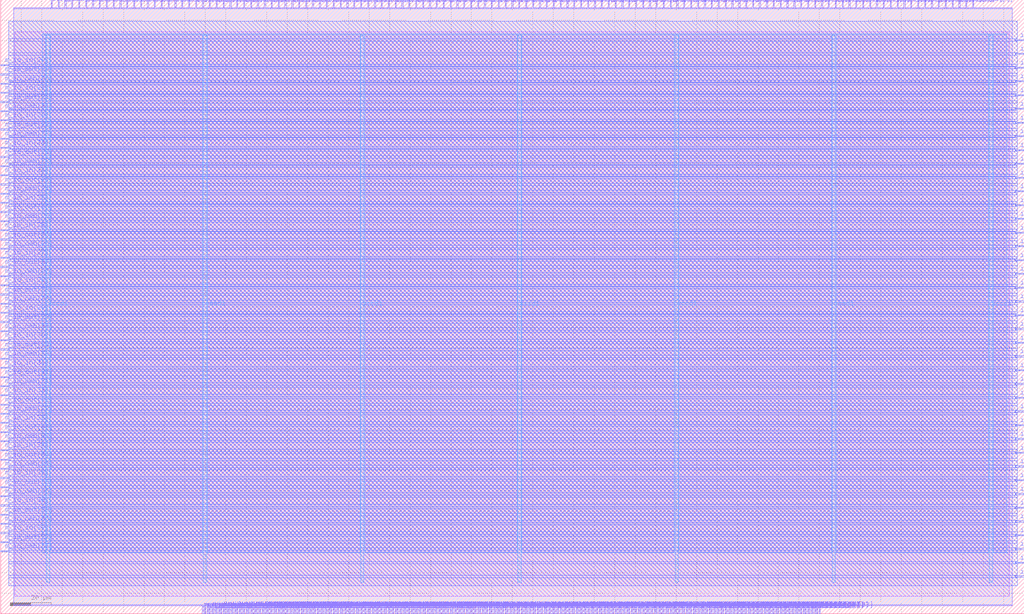
<source format=lef>
VERSION 5.7 ;
  NOWIREEXTENSIONATPIN ON ;
  DIVIDERCHAR "/" ;
  BUSBITCHARS "[]" ;
MACRO interconnect_outer
  CLASS BLOCK ;
  FOREIGN interconnect_outer ;
  ORIGIN 0.000 0.000 ;
  SIZE 500.000 BY 300.000 ;
  PIN c0_clk
    DIRECTION OUTPUT TRISTATE ;
    USE SIGNAL ;
    ANTENNADIFFAREA 0.897600 ;
    PORT
      LAYER Metal2 ;
        RECT 28.000 296.000 28.560 300.000 ;
    END
  END c0_clk
  PIN c1_clk
    DIRECTION OUTPUT TRISTATE ;
    USE SIGNAL ;
    ANTENNADIFFAREA 0.897600 ;
    PORT
      LAYER Metal2 ;
        RECT 269.920 296.000 270.480 300.000 ;
    END
  END c1_clk
  PIN dcache_clk
    DIRECTION OUTPUT TRISTATE ;
    USE SIGNAL ;
    ANTENNADIFFAREA 0.897600 ;
    PORT
      LAYER Metal2 ;
        RECT 266.560 296.000 267.120 300.000 ;
    END
  END dcache_clk
  PIN ic0_clk
    DIRECTION OUTPUT TRISTATE ;
    USE SIGNAL ;
    ANTENNADIFFAREA 0.897600 ;
    PORT
      LAYER Metal2 ;
        RECT 24.640 296.000 25.200 300.000 ;
    END
  END ic0_clk
  PIN ic1_clk
    DIRECTION OUTPUT TRISTATE ;
    USE SIGNAL ;
    ANTENNADIFFAREA 0.897600 ;
    PORT
      LAYER Metal2 ;
        RECT 273.280 296.000 273.840 300.000 ;
    END
  END ic1_clk
  PIN inner_clock
    DIRECTION OUTPUT TRISTATE ;
    USE SIGNAL ;
    ANTENNADIFFAREA 0.897600 ;
    PORT
      LAYER Metal2 ;
        RECT 31.360 296.000 31.920 300.000 ;
    END
  END inner_clock
  PIN inner_disable
    DIRECTION OUTPUT TRISTATE ;
    USE SIGNAL ;
    ANTENNADIFFAREA 2.080400 ;
    PORT
      LAYER Metal2 ;
        RECT 34.720 296.000 35.280 300.000 ;
    END
  END inner_disable
  PIN inner_embed_mode
    DIRECTION OUTPUT TRISTATE ;
    USE SIGNAL ;
    ANTENNADIFFAREA 2.080400 ;
    PORT
      LAYER Metal2 ;
        RECT 38.080 296.000 38.640 300.000 ;
    END
  END inner_embed_mode
  PIN inner_ext_irq
    DIRECTION OUTPUT TRISTATE ;
    USE SIGNAL ;
    ANTENNADIFFAREA 2.080400 ;
    PORT
      LAYER Metal2 ;
        RECT 41.440 296.000 42.000 300.000 ;
    END
  END inner_ext_irq
  PIN inner_reset
    DIRECTION OUTPUT TRISTATE ;
    USE SIGNAL ;
    ANTENNADIFFAREA 1.986000 ;
    PORT
      LAYER Metal2 ;
        RECT 44.800 296.000 45.360 300.000 ;
    END
  END inner_reset
  PIN inner_wb_4_burst
    DIRECTION INPUT ;
    USE SIGNAL ;
    ANTENNAGATEAREA 0.396000 ;
    ANTENNADIFFAREA 0.410400 ;
    PORT
      LAYER Metal2 ;
        RECT 48.160 296.000 48.720 300.000 ;
    END
  END inner_wb_4_burst
  PIN inner_wb_8_burst
    DIRECTION INPUT ;
    USE SIGNAL ;
    ANTENNAGATEAREA 0.396000 ;
    ANTENNADIFFAREA 0.410400 ;
    PORT
      LAYER Metal2 ;
        RECT 51.520 296.000 52.080 300.000 ;
    END
  END inner_wb_8_burst
  PIN inner_wb_ack
    DIRECTION OUTPUT TRISTATE ;
    USE SIGNAL ;
    ANTENNADIFFAREA 2.080400 ;
    PORT
      LAYER Metal2 ;
        RECT 54.880 296.000 55.440 300.000 ;
    END
  END inner_wb_ack
  PIN inner_wb_adr[0]
    DIRECTION INPUT ;
    USE SIGNAL ;
    ANTENNAGATEAREA 0.498500 ;
    ANTENNADIFFAREA 0.410400 ;
    PORT
      LAYER Metal2 ;
        RECT 71.680 296.000 72.240 300.000 ;
    END
  END inner_wb_adr[0]
  PIN inner_wb_adr[10]
    DIRECTION INPUT ;
    USE SIGNAL ;
    ANTENNAGATEAREA 0.741000 ;
    ANTENNADIFFAREA 0.410400 ;
    PORT
      LAYER Metal2 ;
        RECT 179.200 296.000 179.760 300.000 ;
    END
  END inner_wb_adr[10]
  PIN inner_wb_adr[11]
    DIRECTION INPUT ;
    USE SIGNAL ;
    ANTENNAGATEAREA 0.741000 ;
    ANTENNADIFFAREA 0.410400 ;
    PORT
      LAYER Metal2 ;
        RECT 189.280 296.000 189.840 300.000 ;
    END
  END inner_wb_adr[11]
  PIN inner_wb_adr[12]
    DIRECTION INPUT ;
    USE SIGNAL ;
    ANTENNAGATEAREA 0.498500 ;
    ANTENNADIFFAREA 0.410400 ;
    PORT
      LAYER Metal2 ;
        RECT 199.360 296.000 199.920 300.000 ;
    END
  END inner_wb_adr[12]
  PIN inner_wb_adr[13]
    DIRECTION INPUT ;
    USE SIGNAL ;
    ANTENNAGATEAREA 0.741000 ;
    ANTENNADIFFAREA 0.410400 ;
    PORT
      LAYER Metal2 ;
        RECT 209.440 296.000 210.000 300.000 ;
    END
  END inner_wb_adr[13]
  PIN inner_wb_adr[14]
    DIRECTION INPUT ;
    USE SIGNAL ;
    ANTENNAGATEAREA 0.741000 ;
    ANTENNADIFFAREA 0.410400 ;
    PORT
      LAYER Metal2 ;
        RECT 219.520 296.000 220.080 300.000 ;
    END
  END inner_wb_adr[14]
  PIN inner_wb_adr[15]
    DIRECTION INPUT ;
    USE SIGNAL ;
    ANTENNAGATEAREA 0.741000 ;
    ANTENNADIFFAREA 0.410400 ;
    PORT
      LAYER Metal2 ;
        RECT 229.600 296.000 230.160 300.000 ;
    END
  END inner_wb_adr[15]
  PIN inner_wb_adr[16]
    DIRECTION INPUT ;
    USE SIGNAL ;
    ANTENNAGATEAREA 0.741000 ;
    ANTENNADIFFAREA 0.410400 ;
    PORT
      LAYER Metal2 ;
        RECT 239.680 296.000 240.240 300.000 ;
    END
  END inner_wb_adr[16]
  PIN inner_wb_adr[17]
    DIRECTION INPUT ;
    USE SIGNAL ;
    ANTENNAGATEAREA 0.741000 ;
    ANTENNADIFFAREA 0.410400 ;
    PORT
      LAYER Metal2 ;
        RECT 243.040 296.000 243.600 300.000 ;
    END
  END inner_wb_adr[17]
  PIN inner_wb_adr[18]
    DIRECTION INPUT ;
    USE SIGNAL ;
    ANTENNAGATEAREA 0.741000 ;
    ANTENNADIFFAREA 0.410400 ;
    PORT
      LAYER Metal2 ;
        RECT 246.400 296.000 246.960 300.000 ;
    END
  END inner_wb_adr[18]
  PIN inner_wb_adr[19]
    DIRECTION INPUT ;
    USE SIGNAL ;
    ANTENNAGATEAREA 0.741000 ;
    ANTENNADIFFAREA 0.410400 ;
    PORT
      LAYER Metal2 ;
        RECT 249.760 296.000 250.320 300.000 ;
    END
  END inner_wb_adr[19]
  PIN inner_wb_adr[1]
    DIRECTION INPUT ;
    USE SIGNAL ;
    ANTENNAGATEAREA 0.741000 ;
    ANTENNADIFFAREA 0.410400 ;
    PORT
      LAYER Metal2 ;
        RECT 85.120 296.000 85.680 300.000 ;
    END
  END inner_wb_adr[1]
  PIN inner_wb_adr[20]
    DIRECTION INPUT ;
    USE SIGNAL ;
    ANTENNAGATEAREA 0.498500 ;
    ANTENNADIFFAREA 0.410400 ;
    PORT
      LAYER Metal2 ;
        RECT 253.120 296.000 253.680 300.000 ;
    END
  END inner_wb_adr[20]
  PIN inner_wb_adr[21]
    DIRECTION INPUT ;
    USE SIGNAL ;
    ANTENNAGATEAREA 0.498500 ;
    ANTENNADIFFAREA 0.410400 ;
    PORT
      LAYER Metal2 ;
        RECT 256.480 296.000 257.040 300.000 ;
    END
  END inner_wb_adr[21]
  PIN inner_wb_adr[22]
    DIRECTION INPUT ;
    USE SIGNAL ;
    ANTENNAGATEAREA 0.498500 ;
    ANTENNADIFFAREA 0.410400 ;
    PORT
      LAYER Metal2 ;
        RECT 259.840 296.000 260.400 300.000 ;
    END
  END inner_wb_adr[22]
  PIN inner_wb_adr[23]
    DIRECTION INPUT ;
    USE SIGNAL ;
    ANTENNAGATEAREA 0.498500 ;
    ANTENNADIFFAREA 0.410400 ;
    PORT
      LAYER Metal2 ;
        RECT 263.200 296.000 263.760 300.000 ;
    END
  END inner_wb_adr[23]
  PIN inner_wb_adr[2]
    DIRECTION INPUT ;
    USE SIGNAL ;
    ANTENNAGATEAREA 0.741000 ;
    ANTENNADIFFAREA 0.410400 ;
    PORT
      LAYER Metal2 ;
        RECT 98.560 296.000 99.120 300.000 ;
    END
  END inner_wb_adr[2]
  PIN inner_wb_adr[3]
    DIRECTION INPUT ;
    USE SIGNAL ;
    ANTENNAGATEAREA 0.741000 ;
    ANTENNADIFFAREA 0.410400 ;
    PORT
      LAYER Metal2 ;
        RECT 108.640 296.000 109.200 300.000 ;
    END
  END inner_wb_adr[3]
  PIN inner_wb_adr[4]
    DIRECTION INPUT ;
    USE SIGNAL ;
    ANTENNAGATEAREA 0.741000 ;
    ANTENNADIFFAREA 0.410400 ;
    PORT
      LAYER Metal2 ;
        RECT 118.720 296.000 119.280 300.000 ;
    END
  END inner_wb_adr[4]
  PIN inner_wb_adr[5]
    DIRECTION INPUT ;
    USE SIGNAL ;
    ANTENNAGATEAREA 0.498500 ;
    ANTENNADIFFAREA 0.410400 ;
    PORT
      LAYER Metal2 ;
        RECT 128.800 296.000 129.360 300.000 ;
    END
  END inner_wb_adr[5]
  PIN inner_wb_adr[6]
    DIRECTION INPUT ;
    USE SIGNAL ;
    ANTENNAGATEAREA 0.741000 ;
    ANTENNADIFFAREA 0.410400 ;
    PORT
      LAYER Metal2 ;
        RECT 138.880 296.000 139.440 300.000 ;
    END
  END inner_wb_adr[6]
  PIN inner_wb_adr[7]
    DIRECTION INPUT ;
    USE SIGNAL ;
    ANTENNAGATEAREA 0.741000 ;
    ANTENNADIFFAREA 0.410400 ;
    PORT
      LAYER Metal2 ;
        RECT 148.960 296.000 149.520 300.000 ;
    END
  END inner_wb_adr[7]
  PIN inner_wb_adr[8]
    DIRECTION INPUT ;
    USE SIGNAL ;
    ANTENNAGATEAREA 0.498500 ;
    ANTENNADIFFAREA 0.410400 ;
    PORT
      LAYER Metal2 ;
        RECT 159.040 296.000 159.600 300.000 ;
    END
  END inner_wb_adr[8]
  PIN inner_wb_adr[9]
    DIRECTION INPUT ;
    USE SIGNAL ;
    ANTENNAGATEAREA 0.741000 ;
    ANTENNADIFFAREA 0.410400 ;
    PORT
      LAYER Metal2 ;
        RECT 169.120 296.000 169.680 300.000 ;
    END
  END inner_wb_adr[9]
  PIN inner_wb_cyc
    DIRECTION INPUT ;
    USE SIGNAL ;
    ANTENNAGATEAREA 0.726000 ;
    ANTENNADIFFAREA 0.410400 ;
    PORT
      LAYER Metal2 ;
        RECT 58.240 296.000 58.800 300.000 ;
    END
  END inner_wb_cyc
  PIN inner_wb_err
    DIRECTION OUTPUT TRISTATE ;
    USE SIGNAL ;
    ANTENNADIFFAREA 2.080400 ;
    PORT
      LAYER Metal2 ;
        RECT 61.600 296.000 62.160 300.000 ;
    END
  END inner_wb_err
  PIN inner_wb_i_dat[0]
    DIRECTION OUTPUT TRISTATE ;
    USE SIGNAL ;
    ANTENNADIFFAREA 2.365600 ;
    PORT
      LAYER Metal2 ;
        RECT 75.040 296.000 75.600 300.000 ;
    END
  END inner_wb_i_dat[0]
  PIN inner_wb_i_dat[10]
    DIRECTION OUTPUT TRISTATE ;
    USE SIGNAL ;
    ANTENNADIFFAREA 1.986000 ;
    PORT
      LAYER Metal2 ;
        RECT 182.560 296.000 183.120 300.000 ;
    END
  END inner_wb_i_dat[10]
  PIN inner_wb_i_dat[11]
    DIRECTION OUTPUT TRISTATE ;
    USE SIGNAL ;
    ANTENNADIFFAREA 1.986000 ;
    PORT
      LAYER Metal2 ;
        RECT 192.640 296.000 193.200 300.000 ;
    END
  END inner_wb_i_dat[11]
  PIN inner_wb_i_dat[12]
    DIRECTION OUTPUT TRISTATE ;
    USE SIGNAL ;
    ANTENNADIFFAREA 1.986000 ;
    PORT
      LAYER Metal2 ;
        RECT 202.720 296.000 203.280 300.000 ;
    END
  END inner_wb_i_dat[12]
  PIN inner_wb_i_dat[13]
    DIRECTION OUTPUT TRISTATE ;
    USE SIGNAL ;
    ANTENNADIFFAREA 2.080400 ;
    PORT
      LAYER Metal2 ;
        RECT 212.800 296.000 213.360 300.000 ;
    END
  END inner_wb_i_dat[13]
  PIN inner_wb_i_dat[14]
    DIRECTION OUTPUT TRISTATE ;
    USE SIGNAL ;
    ANTENNADIFFAREA 1.986000 ;
    PORT
      LAYER Metal2 ;
        RECT 222.880 296.000 223.440 300.000 ;
    END
  END inner_wb_i_dat[14]
  PIN inner_wb_i_dat[15]
    DIRECTION OUTPUT TRISTATE ;
    USE SIGNAL ;
    ANTENNADIFFAREA 2.080400 ;
    PORT
      LAYER Metal2 ;
        RECT 232.960 296.000 233.520 300.000 ;
    END
  END inner_wb_i_dat[15]
  PIN inner_wb_i_dat[1]
    DIRECTION OUTPUT TRISTATE ;
    USE SIGNAL ;
    ANTENNADIFFAREA 1.986000 ;
    PORT
      LAYER Metal2 ;
        RECT 88.480 296.000 89.040 300.000 ;
    END
  END inner_wb_i_dat[1]
  PIN inner_wb_i_dat[2]
    DIRECTION OUTPUT TRISTATE ;
    USE SIGNAL ;
    ANTENNADIFFAREA 1.986000 ;
    PORT
      LAYER Metal2 ;
        RECT 101.920 296.000 102.480 300.000 ;
    END
  END inner_wb_i_dat[2]
  PIN inner_wb_i_dat[3]
    DIRECTION OUTPUT TRISTATE ;
    USE SIGNAL ;
    ANTENNADIFFAREA 1.986000 ;
    PORT
      LAYER Metal2 ;
        RECT 112.000 296.000 112.560 300.000 ;
    END
  END inner_wb_i_dat[3]
  PIN inner_wb_i_dat[4]
    DIRECTION OUTPUT TRISTATE ;
    USE SIGNAL ;
    ANTENNADIFFAREA 1.986000 ;
    PORT
      LAYER Metal2 ;
        RECT 122.080 296.000 122.640 300.000 ;
    END
  END inner_wb_i_dat[4]
  PIN inner_wb_i_dat[5]
    DIRECTION OUTPUT TRISTATE ;
    USE SIGNAL ;
    ANTENNADIFFAREA 2.080400 ;
    PORT
      LAYER Metal2 ;
        RECT 132.160 296.000 132.720 300.000 ;
    END
  END inner_wb_i_dat[5]
  PIN inner_wb_i_dat[6]
    DIRECTION OUTPUT TRISTATE ;
    USE SIGNAL ;
    ANTENNADIFFAREA 2.080400 ;
    PORT
      LAYER Metal2 ;
        RECT 142.240 296.000 142.800 300.000 ;
    END
  END inner_wb_i_dat[6]
  PIN inner_wb_i_dat[7]
    DIRECTION OUTPUT TRISTATE ;
    USE SIGNAL ;
    ANTENNADIFFAREA 1.986000 ;
    PORT
      LAYER Metal2 ;
        RECT 152.320 296.000 152.880 300.000 ;
    END
  END inner_wb_i_dat[7]
  PIN inner_wb_i_dat[8]
    DIRECTION OUTPUT TRISTATE ;
    USE SIGNAL ;
    ANTENNADIFFAREA 1.986000 ;
    PORT
      LAYER Metal2 ;
        RECT 162.400 296.000 162.960 300.000 ;
    END
  END inner_wb_i_dat[8]
  PIN inner_wb_i_dat[9]
    DIRECTION OUTPUT TRISTATE ;
    USE SIGNAL ;
    ANTENNADIFFAREA 1.986000 ;
    PORT
      LAYER Metal2 ;
        RECT 172.480 296.000 173.040 300.000 ;
    END
  END inner_wb_i_dat[9]
  PIN inner_wb_o_dat[0]
    DIRECTION INPUT ;
    USE SIGNAL ;
    ANTENNAGATEAREA 0.741000 ;
    ANTENNADIFFAREA 0.410400 ;
    PORT
      LAYER Metal2 ;
        RECT 78.400 296.000 78.960 300.000 ;
    END
  END inner_wb_o_dat[0]
  PIN inner_wb_o_dat[10]
    DIRECTION INPUT ;
    USE SIGNAL ;
    ANTENNAGATEAREA 0.741000 ;
    ANTENNADIFFAREA 0.410400 ;
    PORT
      LAYER Metal2 ;
        RECT 185.920 296.000 186.480 300.000 ;
    END
  END inner_wb_o_dat[10]
  PIN inner_wb_o_dat[11]
    DIRECTION INPUT ;
    USE SIGNAL ;
    ANTENNAGATEAREA 0.741000 ;
    ANTENNADIFFAREA 0.410400 ;
    PORT
      LAYER Metal2 ;
        RECT 196.000 296.000 196.560 300.000 ;
    END
  END inner_wb_o_dat[11]
  PIN inner_wb_o_dat[12]
    DIRECTION INPUT ;
    USE SIGNAL ;
    ANTENNAGATEAREA 0.741000 ;
    ANTENNADIFFAREA 0.410400 ;
    PORT
      LAYER Metal2 ;
        RECT 206.080 296.000 206.640 300.000 ;
    END
  END inner_wb_o_dat[12]
  PIN inner_wb_o_dat[13]
    DIRECTION INPUT ;
    USE SIGNAL ;
    ANTENNAGATEAREA 0.741000 ;
    ANTENNADIFFAREA 0.410400 ;
    PORT
      LAYER Metal2 ;
        RECT 216.160 296.000 216.720 300.000 ;
    END
  END inner_wb_o_dat[13]
  PIN inner_wb_o_dat[14]
    DIRECTION INPUT ;
    USE SIGNAL ;
    ANTENNAGATEAREA 0.741000 ;
    ANTENNADIFFAREA 0.410400 ;
    PORT
      LAYER Metal2 ;
        RECT 226.240 296.000 226.800 300.000 ;
    END
  END inner_wb_o_dat[14]
  PIN inner_wb_o_dat[15]
    DIRECTION INPUT ;
    USE SIGNAL ;
    ANTENNAGATEAREA 0.741000 ;
    ANTENNADIFFAREA 0.410400 ;
    PORT
      LAYER Metal2 ;
        RECT 236.320 296.000 236.880 300.000 ;
    END
  END inner_wb_o_dat[15]
  PIN inner_wb_o_dat[1]
    DIRECTION INPUT ;
    USE SIGNAL ;
    ANTENNAGATEAREA 0.741000 ;
    ANTENNADIFFAREA 0.410400 ;
    PORT
      LAYER Metal2 ;
        RECT 91.840 296.000 92.400 300.000 ;
    END
  END inner_wb_o_dat[1]
  PIN inner_wb_o_dat[2]
    DIRECTION INPUT ;
    USE SIGNAL ;
    ANTENNAGATEAREA 0.741000 ;
    ANTENNADIFFAREA 0.410400 ;
    PORT
      LAYER Metal2 ;
        RECT 105.280 296.000 105.840 300.000 ;
    END
  END inner_wb_o_dat[2]
  PIN inner_wb_o_dat[3]
    DIRECTION INPUT ;
    USE SIGNAL ;
    ANTENNAGATEAREA 0.741000 ;
    ANTENNADIFFAREA 0.410400 ;
    PORT
      LAYER Metal2 ;
        RECT 115.360 296.000 115.920 300.000 ;
    END
  END inner_wb_o_dat[3]
  PIN inner_wb_o_dat[4]
    DIRECTION INPUT ;
    USE SIGNAL ;
    ANTENNAGATEAREA 0.741000 ;
    ANTENNADIFFAREA 0.410400 ;
    PORT
      LAYER Metal2 ;
        RECT 125.440 296.000 126.000 300.000 ;
    END
  END inner_wb_o_dat[4]
  PIN inner_wb_o_dat[5]
    DIRECTION INPUT ;
    USE SIGNAL ;
    ANTENNAGATEAREA 0.741000 ;
    ANTENNADIFFAREA 0.410400 ;
    PORT
      LAYER Metal2 ;
        RECT 135.520 296.000 136.080 300.000 ;
    END
  END inner_wb_o_dat[5]
  PIN inner_wb_o_dat[6]
    DIRECTION INPUT ;
    USE SIGNAL ;
    ANTENNAGATEAREA 0.741000 ;
    ANTENNADIFFAREA 0.410400 ;
    PORT
      LAYER Metal2 ;
        RECT 145.600 296.000 146.160 300.000 ;
    END
  END inner_wb_o_dat[6]
  PIN inner_wb_o_dat[7]
    DIRECTION INPUT ;
    USE SIGNAL ;
    ANTENNAGATEAREA 0.741000 ;
    ANTENNADIFFAREA 0.410400 ;
    PORT
      LAYER Metal2 ;
        RECT 155.680 296.000 156.240 300.000 ;
    END
  END inner_wb_o_dat[7]
  PIN inner_wb_o_dat[8]
    DIRECTION INPUT ;
    USE SIGNAL ;
    ANTENNAGATEAREA 0.741000 ;
    ANTENNADIFFAREA 0.410400 ;
    PORT
      LAYER Metal2 ;
        RECT 165.760 296.000 166.320 300.000 ;
    END
  END inner_wb_o_dat[8]
  PIN inner_wb_o_dat[9]
    DIRECTION INPUT ;
    USE SIGNAL ;
    ANTENNAGATEAREA 0.741000 ;
    ANTENNADIFFAREA 0.410400 ;
    PORT
      LAYER Metal2 ;
        RECT 175.840 296.000 176.400 300.000 ;
    END
  END inner_wb_o_dat[9]
  PIN inner_wb_sel[0]
    DIRECTION INPUT ;
    USE SIGNAL ;
    ANTENNAGATEAREA 0.741000 ;
    ANTENNADIFFAREA 0.410400 ;
    PORT
      LAYER Metal2 ;
        RECT 81.760 296.000 82.320 300.000 ;
    END
  END inner_wb_sel[0]
  PIN inner_wb_sel[1]
    DIRECTION INPUT ;
    USE SIGNAL ;
    ANTENNAGATEAREA 0.741000 ;
    ANTENNADIFFAREA 0.410400 ;
    PORT
      LAYER Metal2 ;
        RECT 95.200 296.000 95.760 300.000 ;
    END
  END inner_wb_sel[1]
  PIN inner_wb_stb
    DIRECTION INPUT ;
    USE SIGNAL ;
    ANTENNAGATEAREA 0.498500 ;
    ANTENNADIFFAREA 0.410400 ;
    PORT
      LAYER Metal2 ;
        RECT 64.960 296.000 65.520 300.000 ;
    END
  END inner_wb_stb
  PIN inner_wb_we
    DIRECTION INPUT ;
    USE SIGNAL ;
    ANTENNAGATEAREA 0.741000 ;
    ANTENNADIFFAREA 0.410400 ;
    PORT
      LAYER Metal2 ;
        RECT 68.320 296.000 68.880 300.000 ;
    END
  END inner_wb_we
  PIN iram_addr[0]
    DIRECTION OUTPUT TRISTATE ;
    USE SIGNAL ;
    ANTENNADIFFAREA 1.986000 ;
    PORT
      LAYER Metal3 ;
        RECT 496.000 31.360 500.000 31.920 ;
    END
  END iram_addr[0]
  PIN iram_addr[1]
    DIRECTION OUTPUT TRISTATE ;
    USE SIGNAL ;
    ANTENNADIFFAREA 1.986000 ;
    PORT
      LAYER Metal3 ;
        RECT 496.000 51.520 500.000 52.080 ;
    END
  END iram_addr[1]
  PIN iram_addr[2]
    DIRECTION OUTPUT TRISTATE ;
    USE SIGNAL ;
    ANTENNADIFFAREA 1.986000 ;
    PORT
      LAYER Metal3 ;
        RECT 496.000 71.680 500.000 72.240 ;
    END
  END iram_addr[2]
  PIN iram_addr[3]
    DIRECTION OUTPUT TRISTATE ;
    USE SIGNAL ;
    ANTENNADIFFAREA 1.986000 ;
    PORT
      LAYER Metal3 ;
        RECT 496.000 91.840 500.000 92.400 ;
    END
  END iram_addr[3]
  PIN iram_addr[4]
    DIRECTION OUTPUT TRISTATE ;
    USE SIGNAL ;
    ANTENNADIFFAREA 2.080400 ;
    PORT
      LAYER Metal3 ;
        RECT 496.000 112.000 500.000 112.560 ;
    END
  END iram_addr[4]
  PIN iram_addr[5]
    DIRECTION OUTPUT TRISTATE ;
    USE SIGNAL ;
    ANTENNADIFFAREA 1.986000 ;
    PORT
      LAYER Metal3 ;
        RECT 496.000 132.160 500.000 132.720 ;
    END
  END iram_addr[5]
  PIN iram_clk
    DIRECTION OUTPUT TRISTATE ;
    USE SIGNAL ;
    ANTENNADIFFAREA 0.897600 ;
    PORT
      LAYER Metal3 ;
        RECT 496.000 17.920 500.000 18.480 ;
    END
  END iram_clk
  PIN iram_i_data[0]
    DIRECTION OUTPUT TRISTATE ;
    USE SIGNAL ;
    ANTENNADIFFAREA 1.986000 ;
    PORT
      LAYER Metal3 ;
        RECT 496.000 38.080 500.000 38.640 ;
    END
  END iram_i_data[0]
  PIN iram_i_data[10]
    DIRECTION OUTPUT TRISTATE ;
    USE SIGNAL ;
    ANTENNADIFFAREA 1.986000 ;
    PORT
      LAYER Metal3 ;
        RECT 496.000 206.080 500.000 206.640 ;
    END
  END iram_i_data[10]
  PIN iram_i_data[11]
    DIRECTION OUTPUT TRISTATE ;
    USE SIGNAL ;
    ANTENNADIFFAREA 2.080400 ;
    PORT
      LAYER Metal3 ;
        RECT 496.000 219.520 500.000 220.080 ;
    END
  END iram_i_data[11]
  PIN iram_i_data[12]
    DIRECTION OUTPUT TRISTATE ;
    USE SIGNAL ;
    ANTENNADIFFAREA 1.986000 ;
    PORT
      LAYER Metal3 ;
        RECT 496.000 232.960 500.000 233.520 ;
    END
  END iram_i_data[12]
  PIN iram_i_data[13]
    DIRECTION OUTPUT TRISTATE ;
    USE SIGNAL ;
    ANTENNADIFFAREA 1.986000 ;
    PORT
      LAYER Metal3 ;
        RECT 496.000 246.400 500.000 246.960 ;
    END
  END iram_i_data[13]
  PIN iram_i_data[14]
    DIRECTION OUTPUT TRISTATE ;
    USE SIGNAL ;
    ANTENNADIFFAREA 1.986000 ;
    PORT
      LAYER Metal3 ;
        RECT 496.000 259.840 500.000 260.400 ;
    END
  END iram_i_data[14]
  PIN iram_i_data[15]
    DIRECTION OUTPUT TRISTATE ;
    USE SIGNAL ;
    ANTENNADIFFAREA 1.986000 ;
    PORT
      LAYER Metal3 ;
        RECT 496.000 273.280 500.000 273.840 ;
    END
  END iram_i_data[15]
  PIN iram_i_data[1]
    DIRECTION OUTPUT TRISTATE ;
    USE SIGNAL ;
    ANTENNADIFFAREA 2.080400 ;
    PORT
      LAYER Metal3 ;
        RECT 496.000 58.240 500.000 58.800 ;
    END
  END iram_i_data[1]
  PIN iram_i_data[2]
    DIRECTION OUTPUT TRISTATE ;
    USE SIGNAL ;
    ANTENNADIFFAREA 1.986000 ;
    PORT
      LAYER Metal3 ;
        RECT 496.000 78.400 500.000 78.960 ;
    END
  END iram_i_data[2]
  PIN iram_i_data[3]
    DIRECTION OUTPUT TRISTATE ;
    USE SIGNAL ;
    ANTENNADIFFAREA 1.986000 ;
    PORT
      LAYER Metal3 ;
        RECT 496.000 98.560 500.000 99.120 ;
    END
  END iram_i_data[3]
  PIN iram_i_data[4]
    DIRECTION OUTPUT TRISTATE ;
    USE SIGNAL ;
    ANTENNADIFFAREA 2.080400 ;
    PORT
      LAYER Metal3 ;
        RECT 496.000 118.720 500.000 119.280 ;
    END
  END iram_i_data[4]
  PIN iram_i_data[5]
    DIRECTION OUTPUT TRISTATE ;
    USE SIGNAL ;
    ANTENNADIFFAREA 1.986000 ;
    PORT
      LAYER Metal3 ;
        RECT 496.000 138.880 500.000 139.440 ;
    END
  END iram_i_data[5]
  PIN iram_i_data[6]
    DIRECTION OUTPUT TRISTATE ;
    USE SIGNAL ;
    ANTENNADIFFAREA 1.986000 ;
    PORT
      LAYER Metal3 ;
        RECT 496.000 152.320 500.000 152.880 ;
    END
  END iram_i_data[6]
  PIN iram_i_data[7]
    DIRECTION OUTPUT TRISTATE ;
    USE SIGNAL ;
    ANTENNADIFFAREA 1.986000 ;
    PORT
      LAYER Metal3 ;
        RECT 496.000 165.760 500.000 166.320 ;
    END
  END iram_i_data[7]
  PIN iram_i_data[8]
    DIRECTION OUTPUT TRISTATE ;
    USE SIGNAL ;
    ANTENNADIFFAREA 1.986000 ;
    PORT
      LAYER Metal3 ;
        RECT 496.000 179.200 500.000 179.760 ;
    END
  END iram_i_data[8]
  PIN iram_i_data[9]
    DIRECTION OUTPUT TRISTATE ;
    USE SIGNAL ;
    ANTENNADIFFAREA 2.080400 ;
    PORT
      LAYER Metal3 ;
        RECT 496.000 192.640 500.000 193.200 ;
    END
  END iram_i_data[9]
  PIN iram_o_data[0]
    DIRECTION INPUT ;
    USE SIGNAL ;
    ANTENNAGATEAREA 0.741000 ;
    ANTENNADIFFAREA 0.410400 ;
    PORT
      LAYER Metal3 ;
        RECT 496.000 44.800 500.000 45.360 ;
    END
  END iram_o_data[0]
  PIN iram_o_data[10]
    DIRECTION INPUT ;
    USE SIGNAL ;
    ANTENNAGATEAREA 0.741000 ;
    ANTENNADIFFAREA 0.410400 ;
    PORT
      LAYER Metal3 ;
        RECT 496.000 212.800 500.000 213.360 ;
    END
  END iram_o_data[10]
  PIN iram_o_data[11]
    DIRECTION INPUT ;
    USE SIGNAL ;
    ANTENNAGATEAREA 0.741000 ;
    ANTENNADIFFAREA 0.410400 ;
    PORT
      LAYER Metal3 ;
        RECT 496.000 226.240 500.000 226.800 ;
    END
  END iram_o_data[11]
  PIN iram_o_data[12]
    DIRECTION INPUT ;
    USE SIGNAL ;
    ANTENNAGATEAREA 0.741000 ;
    ANTENNADIFFAREA 0.410400 ;
    PORT
      LAYER Metal3 ;
        RECT 496.000 239.680 500.000 240.240 ;
    END
  END iram_o_data[12]
  PIN iram_o_data[13]
    DIRECTION INPUT ;
    USE SIGNAL ;
    ANTENNAGATEAREA 0.741000 ;
    ANTENNADIFFAREA 0.410400 ;
    PORT
      LAYER Metal3 ;
        RECT 496.000 253.120 500.000 253.680 ;
    END
  END iram_o_data[13]
  PIN iram_o_data[14]
    DIRECTION INPUT ;
    USE SIGNAL ;
    ANTENNAGATEAREA 0.741000 ;
    ANTENNADIFFAREA 0.410400 ;
    PORT
      LAYER Metal3 ;
        RECT 496.000 266.560 500.000 267.120 ;
    END
  END iram_o_data[14]
  PIN iram_o_data[15]
    DIRECTION INPUT ;
    USE SIGNAL ;
    ANTENNAGATEAREA 0.741000 ;
    ANTENNADIFFAREA 0.410400 ;
    PORT
      LAYER Metal3 ;
        RECT 496.000 280.000 500.000 280.560 ;
    END
  END iram_o_data[15]
  PIN iram_o_data[1]
    DIRECTION INPUT ;
    USE SIGNAL ;
    ANTENNAGATEAREA 0.741000 ;
    ANTENNADIFFAREA 0.410400 ;
    PORT
      LAYER Metal3 ;
        RECT 496.000 64.960 500.000 65.520 ;
    END
  END iram_o_data[1]
  PIN iram_o_data[2]
    DIRECTION INPUT ;
    USE SIGNAL ;
    ANTENNAGATEAREA 0.741000 ;
    ANTENNADIFFAREA 0.410400 ;
    PORT
      LAYER Metal3 ;
        RECT 496.000 85.120 500.000 85.680 ;
    END
  END iram_o_data[2]
  PIN iram_o_data[3]
    DIRECTION INPUT ;
    USE SIGNAL ;
    ANTENNAGATEAREA 0.741000 ;
    ANTENNADIFFAREA 0.410400 ;
    PORT
      LAYER Metal3 ;
        RECT 496.000 105.280 500.000 105.840 ;
    END
  END iram_o_data[3]
  PIN iram_o_data[4]
    DIRECTION INPUT ;
    USE SIGNAL ;
    ANTENNAGATEAREA 0.741000 ;
    ANTENNADIFFAREA 0.410400 ;
    PORT
      LAYER Metal3 ;
        RECT 496.000 125.440 500.000 126.000 ;
    END
  END iram_o_data[4]
  PIN iram_o_data[5]
    DIRECTION INPUT ;
    USE SIGNAL ;
    ANTENNAGATEAREA 0.741000 ;
    ANTENNADIFFAREA 0.410400 ;
    PORT
      LAYER Metal3 ;
        RECT 496.000 145.600 500.000 146.160 ;
    END
  END iram_o_data[5]
  PIN iram_o_data[6]
    DIRECTION INPUT ;
    USE SIGNAL ;
    ANTENNAGATEAREA 0.741000 ;
    ANTENNADIFFAREA 0.410400 ;
    PORT
      LAYER Metal3 ;
        RECT 496.000 159.040 500.000 159.600 ;
    END
  END iram_o_data[6]
  PIN iram_o_data[7]
    DIRECTION INPUT ;
    USE SIGNAL ;
    ANTENNAGATEAREA 0.741000 ;
    ANTENNADIFFAREA 0.410400 ;
    PORT
      LAYER Metal3 ;
        RECT 496.000 172.480 500.000 173.040 ;
    END
  END iram_o_data[7]
  PIN iram_o_data[8]
    DIRECTION INPUT ;
    USE SIGNAL ;
    ANTENNAGATEAREA 0.741000 ;
    ANTENNADIFFAREA 0.410400 ;
    PORT
      LAYER Metal3 ;
        RECT 496.000 185.920 500.000 186.480 ;
    END
  END iram_o_data[8]
  PIN iram_o_data[9]
    DIRECTION INPUT ;
    USE SIGNAL ;
    ANTENNAGATEAREA 0.741000 ;
    ANTENNADIFFAREA 0.410400 ;
    PORT
      LAYER Metal3 ;
        RECT 496.000 199.360 500.000 199.920 ;
    END
  END iram_o_data[9]
  PIN iram_we
    DIRECTION OUTPUT TRISTATE ;
    USE SIGNAL ;
    ANTENNADIFFAREA 2.365600 ;
    PORT
      LAYER Metal3 ;
        RECT 496.000 24.640 500.000 25.200 ;
    END
  END iram_we
  PIN irq[0]
    DIRECTION OUTPUT TRISTATE ;
    USE SIGNAL ;
    ANTENNADIFFAREA 0.360800 ;
    PORT
      LAYER Metal2 ;
        RECT 217.280 0.000 217.840 4.000 ;
    END
  END irq[0]
  PIN irq[1]
    DIRECTION OUTPUT TRISTATE ;
    USE SIGNAL ;
    ANTENNADIFFAREA 0.360800 ;
    PORT
      LAYER Metal2 ;
        RECT 218.400 0.000 218.960 4.000 ;
    END
  END irq[1]
  PIN irq[2]
    DIRECTION OUTPUT TRISTATE ;
    USE SIGNAL ;
    ANTENNADIFFAREA 0.360800 ;
    PORT
      LAYER Metal2 ;
        RECT 219.520 0.000 220.080 4.000 ;
    END
  END irq[2]
  PIN la_data_in[0]
    DIRECTION INPUT ;
    USE SIGNAL ;
    ANTENNAGATEAREA 0.741000 ;
    ANTENNADIFFAREA 0.410400 ;
    PORT
      LAYER Metal2 ;
        RECT 221.760 0.000 222.320 4.000 ;
    END
  END la_data_in[0]
  PIN la_data_in[10]
    DIRECTION INPUT ;
    USE SIGNAL ;
    PORT
      LAYER Metal2 ;
        RECT 255.360 0.000 255.920 4.000 ;
    END
  END la_data_in[10]
  PIN la_data_in[11]
    DIRECTION INPUT ;
    USE SIGNAL ;
    PORT
      LAYER Metal2 ;
        RECT 258.720 0.000 259.280 4.000 ;
    END
  END la_data_in[11]
  PIN la_data_in[12]
    DIRECTION INPUT ;
    USE SIGNAL ;
    PORT
      LAYER Metal2 ;
        RECT 262.080 0.000 262.640 4.000 ;
    END
  END la_data_in[12]
  PIN la_data_in[13]
    DIRECTION INPUT ;
    USE SIGNAL ;
    PORT
      LAYER Metal2 ;
        RECT 265.440 0.000 266.000 4.000 ;
    END
  END la_data_in[13]
  PIN la_data_in[14]
    DIRECTION INPUT ;
    USE SIGNAL ;
    PORT
      LAYER Metal2 ;
        RECT 268.800 0.000 269.360 4.000 ;
    END
  END la_data_in[14]
  PIN la_data_in[15]
    DIRECTION INPUT ;
    USE SIGNAL ;
    PORT
      LAYER Metal2 ;
        RECT 272.160 0.000 272.720 4.000 ;
    END
  END la_data_in[15]
  PIN la_data_in[16]
    DIRECTION INPUT ;
    USE SIGNAL ;
    PORT
      LAYER Metal2 ;
        RECT 275.520 0.000 276.080 4.000 ;
    END
  END la_data_in[16]
  PIN la_data_in[17]
    DIRECTION INPUT ;
    USE SIGNAL ;
    PORT
      LAYER Metal2 ;
        RECT 278.880 0.000 279.440 4.000 ;
    END
  END la_data_in[17]
  PIN la_data_in[18]
    DIRECTION INPUT ;
    USE SIGNAL ;
    PORT
      LAYER Metal2 ;
        RECT 282.240 0.000 282.800 4.000 ;
    END
  END la_data_in[18]
  PIN la_data_in[19]
    DIRECTION INPUT ;
    USE SIGNAL ;
    PORT
      LAYER Metal2 ;
        RECT 285.600 0.000 286.160 4.000 ;
    END
  END la_data_in[19]
  PIN la_data_in[1]
    DIRECTION INPUT ;
    USE SIGNAL ;
    PORT
      LAYER Metal2 ;
        RECT 225.120 0.000 225.680 4.000 ;
    END
  END la_data_in[1]
  PIN la_data_in[20]
    DIRECTION INPUT ;
    USE SIGNAL ;
    PORT
      LAYER Metal2 ;
        RECT 288.960 0.000 289.520 4.000 ;
    END
  END la_data_in[20]
  PIN la_data_in[21]
    DIRECTION INPUT ;
    USE SIGNAL ;
    PORT
      LAYER Metal2 ;
        RECT 292.320 0.000 292.880 4.000 ;
    END
  END la_data_in[21]
  PIN la_data_in[22]
    DIRECTION INPUT ;
    USE SIGNAL ;
    PORT
      LAYER Metal2 ;
        RECT 295.680 0.000 296.240 4.000 ;
    END
  END la_data_in[22]
  PIN la_data_in[23]
    DIRECTION INPUT ;
    USE SIGNAL ;
    PORT
      LAYER Metal2 ;
        RECT 299.040 0.000 299.600 4.000 ;
    END
  END la_data_in[23]
  PIN la_data_in[24]
    DIRECTION INPUT ;
    USE SIGNAL ;
    PORT
      LAYER Metal2 ;
        RECT 302.400 0.000 302.960 4.000 ;
    END
  END la_data_in[24]
  PIN la_data_in[25]
    DIRECTION INPUT ;
    USE SIGNAL ;
    PORT
      LAYER Metal2 ;
        RECT 305.760 0.000 306.320 4.000 ;
    END
  END la_data_in[25]
  PIN la_data_in[26]
    DIRECTION INPUT ;
    USE SIGNAL ;
    PORT
      LAYER Metal2 ;
        RECT 309.120 0.000 309.680 4.000 ;
    END
  END la_data_in[26]
  PIN la_data_in[27]
    DIRECTION INPUT ;
    USE SIGNAL ;
    PORT
      LAYER Metal2 ;
        RECT 312.480 0.000 313.040 4.000 ;
    END
  END la_data_in[27]
  PIN la_data_in[28]
    DIRECTION INPUT ;
    USE SIGNAL ;
    PORT
      LAYER Metal2 ;
        RECT 315.840 0.000 316.400 4.000 ;
    END
  END la_data_in[28]
  PIN la_data_in[29]
    DIRECTION INPUT ;
    USE SIGNAL ;
    PORT
      LAYER Metal2 ;
        RECT 319.200 0.000 319.760 4.000 ;
    END
  END la_data_in[29]
  PIN la_data_in[2]
    DIRECTION INPUT ;
    USE SIGNAL ;
    PORT
      LAYER Metal2 ;
        RECT 228.480 0.000 229.040 4.000 ;
    END
  END la_data_in[2]
  PIN la_data_in[30]
    DIRECTION INPUT ;
    USE SIGNAL ;
    PORT
      LAYER Metal2 ;
        RECT 322.560 0.000 323.120 4.000 ;
    END
  END la_data_in[30]
  PIN la_data_in[31]
    DIRECTION INPUT ;
    USE SIGNAL ;
    PORT
      LAYER Metal2 ;
        RECT 325.920 0.000 326.480 4.000 ;
    END
  END la_data_in[31]
  PIN la_data_in[32]
    DIRECTION INPUT ;
    USE SIGNAL ;
    PORT
      LAYER Metal2 ;
        RECT 329.280 0.000 329.840 4.000 ;
    END
  END la_data_in[32]
  PIN la_data_in[33]
    DIRECTION INPUT ;
    USE SIGNAL ;
    PORT
      LAYER Metal2 ;
        RECT 331.520 0.000 332.080 4.000 ;
    END
  END la_data_in[33]
  PIN la_data_in[34]
    DIRECTION INPUT ;
    USE SIGNAL ;
    PORT
      LAYER Metal2 ;
        RECT 333.760 0.000 334.320 4.000 ;
    END
  END la_data_in[34]
  PIN la_data_in[35]
    DIRECTION INPUT ;
    USE SIGNAL ;
    PORT
      LAYER Metal2 ;
        RECT 336.000 0.000 336.560 4.000 ;
    END
  END la_data_in[35]
  PIN la_data_in[36]
    DIRECTION INPUT ;
    USE SIGNAL ;
    PORT
      LAYER Metal2 ;
        RECT 338.240 0.000 338.800 4.000 ;
    END
  END la_data_in[36]
  PIN la_data_in[37]
    DIRECTION INPUT ;
    USE SIGNAL ;
    PORT
      LAYER Metal2 ;
        RECT 340.480 0.000 341.040 4.000 ;
    END
  END la_data_in[37]
  PIN la_data_in[38]
    DIRECTION INPUT ;
    USE SIGNAL ;
    PORT
      LAYER Metal2 ;
        RECT 342.720 0.000 343.280 4.000 ;
    END
  END la_data_in[38]
  PIN la_data_in[39]
    DIRECTION INPUT ;
    USE SIGNAL ;
    PORT
      LAYER Metal2 ;
        RECT 344.960 0.000 345.520 4.000 ;
    END
  END la_data_in[39]
  PIN la_data_in[3]
    DIRECTION INPUT ;
    USE SIGNAL ;
    PORT
      LAYER Metal2 ;
        RECT 231.840 0.000 232.400 4.000 ;
    END
  END la_data_in[3]
  PIN la_data_in[40]
    DIRECTION INPUT ;
    USE SIGNAL ;
    PORT
      LAYER Metal2 ;
        RECT 347.200 0.000 347.760 4.000 ;
    END
  END la_data_in[40]
  PIN la_data_in[41]
    DIRECTION INPUT ;
    USE SIGNAL ;
    PORT
      LAYER Metal2 ;
        RECT 349.440 0.000 350.000 4.000 ;
    END
  END la_data_in[41]
  PIN la_data_in[42]
    DIRECTION INPUT ;
    USE SIGNAL ;
    PORT
      LAYER Metal2 ;
        RECT 351.680 0.000 352.240 4.000 ;
    END
  END la_data_in[42]
  PIN la_data_in[43]
    DIRECTION INPUT ;
    USE SIGNAL ;
    PORT
      LAYER Metal2 ;
        RECT 353.920 0.000 354.480 4.000 ;
    END
  END la_data_in[43]
  PIN la_data_in[44]
    DIRECTION INPUT ;
    USE SIGNAL ;
    PORT
      LAYER Metal2 ;
        RECT 356.160 0.000 356.720 4.000 ;
    END
  END la_data_in[44]
  PIN la_data_in[45]
    DIRECTION INPUT ;
    USE SIGNAL ;
    PORT
      LAYER Metal2 ;
        RECT 358.400 0.000 358.960 4.000 ;
    END
  END la_data_in[45]
  PIN la_data_in[46]
    DIRECTION INPUT ;
    USE SIGNAL ;
    PORT
      LAYER Metal2 ;
        RECT 360.640 0.000 361.200 4.000 ;
    END
  END la_data_in[46]
  PIN la_data_in[47]
    DIRECTION INPUT ;
    USE SIGNAL ;
    PORT
      LAYER Metal2 ;
        RECT 362.880 0.000 363.440 4.000 ;
    END
  END la_data_in[47]
  PIN la_data_in[48]
    DIRECTION INPUT ;
    USE SIGNAL ;
    PORT
      LAYER Metal2 ;
        RECT 365.120 0.000 365.680 4.000 ;
    END
  END la_data_in[48]
  PIN la_data_in[49]
    DIRECTION INPUT ;
    USE SIGNAL ;
    PORT
      LAYER Metal2 ;
        RECT 367.360 0.000 367.920 4.000 ;
    END
  END la_data_in[49]
  PIN la_data_in[4]
    DIRECTION INPUT ;
    USE SIGNAL ;
    PORT
      LAYER Metal2 ;
        RECT 235.200 0.000 235.760 4.000 ;
    END
  END la_data_in[4]
  PIN la_data_in[50]
    DIRECTION INPUT ;
    USE SIGNAL ;
    PORT
      LAYER Metal2 ;
        RECT 369.600 0.000 370.160 4.000 ;
    END
  END la_data_in[50]
  PIN la_data_in[51]
    DIRECTION INPUT ;
    USE SIGNAL ;
    PORT
      LAYER Metal2 ;
        RECT 371.840 0.000 372.400 4.000 ;
    END
  END la_data_in[51]
  PIN la_data_in[52]
    DIRECTION INPUT ;
    USE SIGNAL ;
    PORT
      LAYER Metal2 ;
        RECT 374.080 0.000 374.640 4.000 ;
    END
  END la_data_in[52]
  PIN la_data_in[53]
    DIRECTION INPUT ;
    USE SIGNAL ;
    PORT
      LAYER Metal2 ;
        RECT 376.320 0.000 376.880 4.000 ;
    END
  END la_data_in[53]
  PIN la_data_in[54]
    DIRECTION INPUT ;
    USE SIGNAL ;
    PORT
      LAYER Metal2 ;
        RECT 378.560 0.000 379.120 4.000 ;
    END
  END la_data_in[54]
  PIN la_data_in[55]
    DIRECTION INPUT ;
    USE SIGNAL ;
    PORT
      LAYER Metal2 ;
        RECT 380.800 0.000 381.360 4.000 ;
    END
  END la_data_in[55]
  PIN la_data_in[56]
    DIRECTION INPUT ;
    USE SIGNAL ;
    PORT
      LAYER Metal2 ;
        RECT 383.040 0.000 383.600 4.000 ;
    END
  END la_data_in[56]
  PIN la_data_in[57]
    DIRECTION INPUT ;
    USE SIGNAL ;
    PORT
      LAYER Metal2 ;
        RECT 385.280 0.000 385.840 4.000 ;
    END
  END la_data_in[57]
  PIN la_data_in[58]
    DIRECTION INPUT ;
    USE SIGNAL ;
    PORT
      LAYER Metal2 ;
        RECT 387.520 0.000 388.080 4.000 ;
    END
  END la_data_in[58]
  PIN la_data_in[59]
    DIRECTION INPUT ;
    USE SIGNAL ;
    PORT
      LAYER Metal2 ;
        RECT 389.760 0.000 390.320 4.000 ;
    END
  END la_data_in[59]
  PIN la_data_in[5]
    DIRECTION INPUT ;
    USE SIGNAL ;
    PORT
      LAYER Metal2 ;
        RECT 238.560 0.000 239.120 4.000 ;
    END
  END la_data_in[5]
  PIN la_data_in[60]
    DIRECTION INPUT ;
    USE SIGNAL ;
    PORT
      LAYER Metal2 ;
        RECT 392.000 0.000 392.560 4.000 ;
    END
  END la_data_in[60]
  PIN la_data_in[61]
    DIRECTION INPUT ;
    USE SIGNAL ;
    PORT
      LAYER Metal2 ;
        RECT 394.240 0.000 394.800 4.000 ;
    END
  END la_data_in[61]
  PIN la_data_in[62]
    DIRECTION INPUT ;
    USE SIGNAL ;
    PORT
      LAYER Metal2 ;
        RECT 396.480 0.000 397.040 4.000 ;
    END
  END la_data_in[62]
  PIN la_data_in[63]
    DIRECTION INPUT ;
    USE SIGNAL ;
    PORT
      LAYER Metal2 ;
        RECT 398.720 0.000 399.280 4.000 ;
    END
  END la_data_in[63]
  PIN la_data_in[6]
    DIRECTION INPUT ;
    USE SIGNAL ;
    PORT
      LAYER Metal2 ;
        RECT 241.920 0.000 242.480 4.000 ;
    END
  END la_data_in[6]
  PIN la_data_in[7]
    DIRECTION INPUT ;
    USE SIGNAL ;
    PORT
      LAYER Metal2 ;
        RECT 245.280 0.000 245.840 4.000 ;
    END
  END la_data_in[7]
  PIN la_data_in[8]
    DIRECTION INPUT ;
    USE SIGNAL ;
    PORT
      LAYER Metal2 ;
        RECT 248.640 0.000 249.200 4.000 ;
    END
  END la_data_in[8]
  PIN la_data_in[9]
    DIRECTION INPUT ;
    USE SIGNAL ;
    PORT
      LAYER Metal2 ;
        RECT 252.000 0.000 252.560 4.000 ;
    END
  END la_data_in[9]
  PIN la_data_out[0]
    DIRECTION OUTPUT TRISTATE ;
    USE SIGNAL ;
    ANTENNADIFFAREA 0.360800 ;
    PORT
      LAYER Metal2 ;
        RECT 222.880 0.000 223.440 4.000 ;
    END
  END la_data_out[0]
  PIN la_data_out[10]
    DIRECTION OUTPUT TRISTATE ;
    USE SIGNAL ;
    ANTENNADIFFAREA 0.360800 ;
    PORT
      LAYER Metal2 ;
        RECT 256.480 0.000 257.040 4.000 ;
    END
  END la_data_out[10]
  PIN la_data_out[11]
    DIRECTION OUTPUT TRISTATE ;
    USE SIGNAL ;
    ANTENNADIFFAREA 0.360800 ;
    PORT
      LAYER Metal2 ;
        RECT 259.840 0.000 260.400 4.000 ;
    END
  END la_data_out[11]
  PIN la_data_out[12]
    DIRECTION OUTPUT TRISTATE ;
    USE SIGNAL ;
    ANTENNADIFFAREA 0.360800 ;
    PORT
      LAYER Metal2 ;
        RECT 263.200 0.000 263.760 4.000 ;
    END
  END la_data_out[12]
  PIN la_data_out[13]
    DIRECTION OUTPUT TRISTATE ;
    USE SIGNAL ;
    ANTENNADIFFAREA 0.360800 ;
    PORT
      LAYER Metal2 ;
        RECT 266.560 0.000 267.120 4.000 ;
    END
  END la_data_out[13]
  PIN la_data_out[14]
    DIRECTION OUTPUT TRISTATE ;
    USE SIGNAL ;
    ANTENNADIFFAREA 0.360800 ;
    PORT
      LAYER Metal2 ;
        RECT 269.920 0.000 270.480 4.000 ;
    END
  END la_data_out[14]
  PIN la_data_out[15]
    DIRECTION OUTPUT TRISTATE ;
    USE SIGNAL ;
    ANTENNADIFFAREA 0.360800 ;
    PORT
      LAYER Metal2 ;
        RECT 273.280 0.000 273.840 4.000 ;
    END
  END la_data_out[15]
  PIN la_data_out[16]
    DIRECTION OUTPUT TRISTATE ;
    USE SIGNAL ;
    ANTENNADIFFAREA 0.360800 ;
    PORT
      LAYER Metal2 ;
        RECT 276.640 0.000 277.200 4.000 ;
    END
  END la_data_out[16]
  PIN la_data_out[17]
    DIRECTION OUTPUT TRISTATE ;
    USE SIGNAL ;
    ANTENNADIFFAREA 0.360800 ;
    PORT
      LAYER Metal2 ;
        RECT 280.000 0.000 280.560 4.000 ;
    END
  END la_data_out[17]
  PIN la_data_out[18]
    DIRECTION OUTPUT TRISTATE ;
    USE SIGNAL ;
    ANTENNADIFFAREA 0.360800 ;
    PORT
      LAYER Metal2 ;
        RECT 283.360 0.000 283.920 4.000 ;
    END
  END la_data_out[18]
  PIN la_data_out[19]
    DIRECTION OUTPUT TRISTATE ;
    USE SIGNAL ;
    ANTENNADIFFAREA 0.360800 ;
    PORT
      LAYER Metal2 ;
        RECT 286.720 0.000 287.280 4.000 ;
    END
  END la_data_out[19]
  PIN la_data_out[1]
    DIRECTION OUTPUT TRISTATE ;
    USE SIGNAL ;
    ANTENNADIFFAREA 0.360800 ;
    PORT
      LAYER Metal2 ;
        RECT 226.240 0.000 226.800 4.000 ;
    END
  END la_data_out[1]
  PIN la_data_out[20]
    DIRECTION OUTPUT TRISTATE ;
    USE SIGNAL ;
    ANTENNADIFFAREA 0.360800 ;
    PORT
      LAYER Metal2 ;
        RECT 290.080 0.000 290.640 4.000 ;
    END
  END la_data_out[20]
  PIN la_data_out[21]
    DIRECTION OUTPUT TRISTATE ;
    USE SIGNAL ;
    ANTENNADIFFAREA 0.360800 ;
    PORT
      LAYER Metal2 ;
        RECT 293.440 0.000 294.000 4.000 ;
    END
  END la_data_out[21]
  PIN la_data_out[22]
    DIRECTION OUTPUT TRISTATE ;
    USE SIGNAL ;
    ANTENNADIFFAREA 0.360800 ;
    PORT
      LAYER Metal2 ;
        RECT 296.800 0.000 297.360 4.000 ;
    END
  END la_data_out[22]
  PIN la_data_out[23]
    DIRECTION OUTPUT TRISTATE ;
    USE SIGNAL ;
    ANTENNADIFFAREA 0.360800 ;
    PORT
      LAYER Metal2 ;
        RECT 300.160 0.000 300.720 4.000 ;
    END
  END la_data_out[23]
  PIN la_data_out[24]
    DIRECTION OUTPUT TRISTATE ;
    USE SIGNAL ;
    ANTENNADIFFAREA 0.360800 ;
    PORT
      LAYER Metal2 ;
        RECT 303.520 0.000 304.080 4.000 ;
    END
  END la_data_out[24]
  PIN la_data_out[25]
    DIRECTION OUTPUT TRISTATE ;
    USE SIGNAL ;
    ANTENNADIFFAREA 0.360800 ;
    PORT
      LAYER Metal2 ;
        RECT 306.880 0.000 307.440 4.000 ;
    END
  END la_data_out[25]
  PIN la_data_out[26]
    DIRECTION OUTPUT TRISTATE ;
    USE SIGNAL ;
    ANTENNADIFFAREA 0.360800 ;
    PORT
      LAYER Metal2 ;
        RECT 310.240 0.000 310.800 4.000 ;
    END
  END la_data_out[26]
  PIN la_data_out[27]
    DIRECTION OUTPUT TRISTATE ;
    USE SIGNAL ;
    ANTENNADIFFAREA 0.360800 ;
    PORT
      LAYER Metal2 ;
        RECT 313.600 0.000 314.160 4.000 ;
    END
  END la_data_out[27]
  PIN la_data_out[28]
    DIRECTION OUTPUT TRISTATE ;
    USE SIGNAL ;
    ANTENNADIFFAREA 0.360800 ;
    PORT
      LAYER Metal2 ;
        RECT 316.960 0.000 317.520 4.000 ;
    END
  END la_data_out[28]
  PIN la_data_out[29]
    DIRECTION OUTPUT TRISTATE ;
    USE SIGNAL ;
    ANTENNADIFFAREA 0.360800 ;
    PORT
      LAYER Metal2 ;
        RECT 320.320 0.000 320.880 4.000 ;
    END
  END la_data_out[29]
  PIN la_data_out[2]
    DIRECTION OUTPUT TRISTATE ;
    USE SIGNAL ;
    ANTENNADIFFAREA 0.360800 ;
    PORT
      LAYER Metal2 ;
        RECT 229.600 0.000 230.160 4.000 ;
    END
  END la_data_out[2]
  PIN la_data_out[30]
    DIRECTION OUTPUT TRISTATE ;
    USE SIGNAL ;
    ANTENNADIFFAREA 0.360800 ;
    PORT
      LAYER Metal2 ;
        RECT 323.680 0.000 324.240 4.000 ;
    END
  END la_data_out[30]
  PIN la_data_out[31]
    DIRECTION OUTPUT TRISTATE ;
    USE SIGNAL ;
    ANTENNADIFFAREA 0.360800 ;
    PORT
      LAYER Metal2 ;
        RECT 327.040 0.000 327.600 4.000 ;
    END
  END la_data_out[31]
  PIN la_data_out[3]
    DIRECTION OUTPUT TRISTATE ;
    USE SIGNAL ;
    ANTENNADIFFAREA 0.360800 ;
    PORT
      LAYER Metal2 ;
        RECT 232.960 0.000 233.520 4.000 ;
    END
  END la_data_out[3]
  PIN la_data_out[4]
    DIRECTION OUTPUT TRISTATE ;
    USE SIGNAL ;
    ANTENNADIFFAREA 0.360800 ;
    PORT
      LAYER Metal2 ;
        RECT 236.320 0.000 236.880 4.000 ;
    END
  END la_data_out[4]
  PIN la_data_out[5]
    DIRECTION OUTPUT TRISTATE ;
    USE SIGNAL ;
    ANTENNADIFFAREA 0.360800 ;
    PORT
      LAYER Metal2 ;
        RECT 239.680 0.000 240.240 4.000 ;
    END
  END la_data_out[5]
  PIN la_data_out[6]
    DIRECTION OUTPUT TRISTATE ;
    USE SIGNAL ;
    ANTENNADIFFAREA 0.360800 ;
    PORT
      LAYER Metal2 ;
        RECT 243.040 0.000 243.600 4.000 ;
    END
  END la_data_out[6]
  PIN la_data_out[7]
    DIRECTION OUTPUT TRISTATE ;
    USE SIGNAL ;
    ANTENNADIFFAREA 0.360800 ;
    PORT
      LAYER Metal2 ;
        RECT 246.400 0.000 246.960 4.000 ;
    END
  END la_data_out[7]
  PIN la_data_out[8]
    DIRECTION OUTPUT TRISTATE ;
    USE SIGNAL ;
    ANTENNADIFFAREA 0.360800 ;
    PORT
      LAYER Metal2 ;
        RECT 249.760 0.000 250.320 4.000 ;
    END
  END la_data_out[8]
  PIN la_data_out[9]
    DIRECTION OUTPUT TRISTATE ;
    USE SIGNAL ;
    ANTENNADIFFAREA 0.360800 ;
    PORT
      LAYER Metal2 ;
        RECT 253.120 0.000 253.680 4.000 ;
    END
  END la_data_out[9]
  PIN la_oenb[0]
    DIRECTION INPUT ;
    USE SIGNAL ;
    ANTENNAGATEAREA 0.741000 ;
    ANTENNADIFFAREA 0.410400 ;
    PORT
      LAYER Metal2 ;
        RECT 224.000 0.000 224.560 4.000 ;
    END
  END la_oenb[0]
  PIN la_oenb[10]
    DIRECTION INPUT ;
    USE SIGNAL ;
    PORT
      LAYER Metal2 ;
        RECT 257.600 0.000 258.160 4.000 ;
    END
  END la_oenb[10]
  PIN la_oenb[11]
    DIRECTION INPUT ;
    USE SIGNAL ;
    PORT
      LAYER Metal2 ;
        RECT 260.960 0.000 261.520 4.000 ;
    END
  END la_oenb[11]
  PIN la_oenb[12]
    DIRECTION INPUT ;
    USE SIGNAL ;
    PORT
      LAYER Metal2 ;
        RECT 264.320 0.000 264.880 4.000 ;
    END
  END la_oenb[12]
  PIN la_oenb[13]
    DIRECTION INPUT ;
    USE SIGNAL ;
    PORT
      LAYER Metal2 ;
        RECT 267.680 0.000 268.240 4.000 ;
    END
  END la_oenb[13]
  PIN la_oenb[14]
    DIRECTION INPUT ;
    USE SIGNAL ;
    PORT
      LAYER Metal2 ;
        RECT 271.040 0.000 271.600 4.000 ;
    END
  END la_oenb[14]
  PIN la_oenb[15]
    DIRECTION INPUT ;
    USE SIGNAL ;
    PORT
      LAYER Metal2 ;
        RECT 274.400 0.000 274.960 4.000 ;
    END
  END la_oenb[15]
  PIN la_oenb[16]
    DIRECTION INPUT ;
    USE SIGNAL ;
    PORT
      LAYER Metal2 ;
        RECT 277.760 0.000 278.320 4.000 ;
    END
  END la_oenb[16]
  PIN la_oenb[17]
    DIRECTION INPUT ;
    USE SIGNAL ;
    PORT
      LAYER Metal2 ;
        RECT 281.120 0.000 281.680 4.000 ;
    END
  END la_oenb[17]
  PIN la_oenb[18]
    DIRECTION INPUT ;
    USE SIGNAL ;
    PORT
      LAYER Metal2 ;
        RECT 284.480 0.000 285.040 4.000 ;
    END
  END la_oenb[18]
  PIN la_oenb[19]
    DIRECTION INPUT ;
    USE SIGNAL ;
    PORT
      LAYER Metal2 ;
        RECT 287.840 0.000 288.400 4.000 ;
    END
  END la_oenb[19]
  PIN la_oenb[1]
    DIRECTION INPUT ;
    USE SIGNAL ;
    PORT
      LAYER Metal2 ;
        RECT 227.360 0.000 227.920 4.000 ;
    END
  END la_oenb[1]
  PIN la_oenb[20]
    DIRECTION INPUT ;
    USE SIGNAL ;
    PORT
      LAYER Metal2 ;
        RECT 291.200 0.000 291.760 4.000 ;
    END
  END la_oenb[20]
  PIN la_oenb[21]
    DIRECTION INPUT ;
    USE SIGNAL ;
    PORT
      LAYER Metal2 ;
        RECT 294.560 0.000 295.120 4.000 ;
    END
  END la_oenb[21]
  PIN la_oenb[22]
    DIRECTION INPUT ;
    USE SIGNAL ;
    PORT
      LAYER Metal2 ;
        RECT 297.920 0.000 298.480 4.000 ;
    END
  END la_oenb[22]
  PIN la_oenb[23]
    DIRECTION INPUT ;
    USE SIGNAL ;
    PORT
      LAYER Metal2 ;
        RECT 301.280 0.000 301.840 4.000 ;
    END
  END la_oenb[23]
  PIN la_oenb[24]
    DIRECTION INPUT ;
    USE SIGNAL ;
    PORT
      LAYER Metal2 ;
        RECT 304.640 0.000 305.200 4.000 ;
    END
  END la_oenb[24]
  PIN la_oenb[25]
    DIRECTION INPUT ;
    USE SIGNAL ;
    PORT
      LAYER Metal2 ;
        RECT 308.000 0.000 308.560 4.000 ;
    END
  END la_oenb[25]
  PIN la_oenb[26]
    DIRECTION INPUT ;
    USE SIGNAL ;
    PORT
      LAYER Metal2 ;
        RECT 311.360 0.000 311.920 4.000 ;
    END
  END la_oenb[26]
  PIN la_oenb[27]
    DIRECTION INPUT ;
    USE SIGNAL ;
    PORT
      LAYER Metal2 ;
        RECT 314.720 0.000 315.280 4.000 ;
    END
  END la_oenb[27]
  PIN la_oenb[28]
    DIRECTION INPUT ;
    USE SIGNAL ;
    PORT
      LAYER Metal2 ;
        RECT 318.080 0.000 318.640 4.000 ;
    END
  END la_oenb[28]
  PIN la_oenb[29]
    DIRECTION INPUT ;
    USE SIGNAL ;
    PORT
      LAYER Metal2 ;
        RECT 321.440 0.000 322.000 4.000 ;
    END
  END la_oenb[29]
  PIN la_oenb[2]
    DIRECTION INPUT ;
    USE SIGNAL ;
    PORT
      LAYER Metal2 ;
        RECT 230.720 0.000 231.280 4.000 ;
    END
  END la_oenb[2]
  PIN la_oenb[30]
    DIRECTION INPUT ;
    USE SIGNAL ;
    PORT
      LAYER Metal2 ;
        RECT 324.800 0.000 325.360 4.000 ;
    END
  END la_oenb[30]
  PIN la_oenb[31]
    DIRECTION INPUT ;
    USE SIGNAL ;
    PORT
      LAYER Metal2 ;
        RECT 328.160 0.000 328.720 4.000 ;
    END
  END la_oenb[31]
  PIN la_oenb[32]
    DIRECTION INPUT ;
    USE SIGNAL ;
    PORT
      LAYER Metal2 ;
        RECT 330.400 0.000 330.960 4.000 ;
    END
  END la_oenb[32]
  PIN la_oenb[33]
    DIRECTION INPUT ;
    USE SIGNAL ;
    PORT
      LAYER Metal2 ;
        RECT 332.640 0.000 333.200 4.000 ;
    END
  END la_oenb[33]
  PIN la_oenb[34]
    DIRECTION INPUT ;
    USE SIGNAL ;
    PORT
      LAYER Metal2 ;
        RECT 334.880 0.000 335.440 4.000 ;
    END
  END la_oenb[34]
  PIN la_oenb[35]
    DIRECTION INPUT ;
    USE SIGNAL ;
    PORT
      LAYER Metal2 ;
        RECT 337.120 0.000 337.680 4.000 ;
    END
  END la_oenb[35]
  PIN la_oenb[36]
    DIRECTION INPUT ;
    USE SIGNAL ;
    PORT
      LAYER Metal2 ;
        RECT 339.360 0.000 339.920 4.000 ;
    END
  END la_oenb[36]
  PIN la_oenb[37]
    DIRECTION INPUT ;
    USE SIGNAL ;
    PORT
      LAYER Metal2 ;
        RECT 341.600 0.000 342.160 4.000 ;
    END
  END la_oenb[37]
  PIN la_oenb[38]
    DIRECTION INPUT ;
    USE SIGNAL ;
    PORT
      LAYER Metal2 ;
        RECT 343.840 0.000 344.400 4.000 ;
    END
  END la_oenb[38]
  PIN la_oenb[39]
    DIRECTION INPUT ;
    USE SIGNAL ;
    PORT
      LAYER Metal2 ;
        RECT 346.080 0.000 346.640 4.000 ;
    END
  END la_oenb[39]
  PIN la_oenb[3]
    DIRECTION INPUT ;
    USE SIGNAL ;
    PORT
      LAYER Metal2 ;
        RECT 234.080 0.000 234.640 4.000 ;
    END
  END la_oenb[3]
  PIN la_oenb[40]
    DIRECTION INPUT ;
    USE SIGNAL ;
    PORT
      LAYER Metal2 ;
        RECT 348.320 0.000 348.880 4.000 ;
    END
  END la_oenb[40]
  PIN la_oenb[41]
    DIRECTION INPUT ;
    USE SIGNAL ;
    PORT
      LAYER Metal2 ;
        RECT 350.560 0.000 351.120 4.000 ;
    END
  END la_oenb[41]
  PIN la_oenb[42]
    DIRECTION INPUT ;
    USE SIGNAL ;
    PORT
      LAYER Metal2 ;
        RECT 352.800 0.000 353.360 4.000 ;
    END
  END la_oenb[42]
  PIN la_oenb[43]
    DIRECTION INPUT ;
    USE SIGNAL ;
    PORT
      LAYER Metal2 ;
        RECT 355.040 0.000 355.600 4.000 ;
    END
  END la_oenb[43]
  PIN la_oenb[44]
    DIRECTION INPUT ;
    USE SIGNAL ;
    PORT
      LAYER Metal2 ;
        RECT 357.280 0.000 357.840 4.000 ;
    END
  END la_oenb[44]
  PIN la_oenb[45]
    DIRECTION INPUT ;
    USE SIGNAL ;
    PORT
      LAYER Metal2 ;
        RECT 359.520 0.000 360.080 4.000 ;
    END
  END la_oenb[45]
  PIN la_oenb[46]
    DIRECTION INPUT ;
    USE SIGNAL ;
    PORT
      LAYER Metal2 ;
        RECT 361.760 0.000 362.320 4.000 ;
    END
  END la_oenb[46]
  PIN la_oenb[47]
    DIRECTION INPUT ;
    USE SIGNAL ;
    PORT
      LAYER Metal2 ;
        RECT 364.000 0.000 364.560 4.000 ;
    END
  END la_oenb[47]
  PIN la_oenb[48]
    DIRECTION INPUT ;
    USE SIGNAL ;
    PORT
      LAYER Metal2 ;
        RECT 366.240 0.000 366.800 4.000 ;
    END
  END la_oenb[48]
  PIN la_oenb[49]
    DIRECTION INPUT ;
    USE SIGNAL ;
    PORT
      LAYER Metal2 ;
        RECT 368.480 0.000 369.040 4.000 ;
    END
  END la_oenb[49]
  PIN la_oenb[4]
    DIRECTION INPUT ;
    USE SIGNAL ;
    PORT
      LAYER Metal2 ;
        RECT 237.440 0.000 238.000 4.000 ;
    END
  END la_oenb[4]
  PIN la_oenb[50]
    DIRECTION INPUT ;
    USE SIGNAL ;
    PORT
      LAYER Metal2 ;
        RECT 370.720 0.000 371.280 4.000 ;
    END
  END la_oenb[50]
  PIN la_oenb[51]
    DIRECTION INPUT ;
    USE SIGNAL ;
    PORT
      LAYER Metal2 ;
        RECT 372.960 0.000 373.520 4.000 ;
    END
  END la_oenb[51]
  PIN la_oenb[52]
    DIRECTION INPUT ;
    USE SIGNAL ;
    PORT
      LAYER Metal2 ;
        RECT 375.200 0.000 375.760 4.000 ;
    END
  END la_oenb[52]
  PIN la_oenb[53]
    DIRECTION INPUT ;
    USE SIGNAL ;
    PORT
      LAYER Metal2 ;
        RECT 377.440 0.000 378.000 4.000 ;
    END
  END la_oenb[53]
  PIN la_oenb[54]
    DIRECTION INPUT ;
    USE SIGNAL ;
    PORT
      LAYER Metal2 ;
        RECT 379.680 0.000 380.240 4.000 ;
    END
  END la_oenb[54]
  PIN la_oenb[55]
    DIRECTION INPUT ;
    USE SIGNAL ;
    PORT
      LAYER Metal2 ;
        RECT 381.920 0.000 382.480 4.000 ;
    END
  END la_oenb[55]
  PIN la_oenb[56]
    DIRECTION INPUT ;
    USE SIGNAL ;
    PORT
      LAYER Metal2 ;
        RECT 384.160 0.000 384.720 4.000 ;
    END
  END la_oenb[56]
  PIN la_oenb[57]
    DIRECTION INPUT ;
    USE SIGNAL ;
    PORT
      LAYER Metal2 ;
        RECT 386.400 0.000 386.960 4.000 ;
    END
  END la_oenb[57]
  PIN la_oenb[58]
    DIRECTION INPUT ;
    USE SIGNAL ;
    PORT
      LAYER Metal2 ;
        RECT 388.640 0.000 389.200 4.000 ;
    END
  END la_oenb[58]
  PIN la_oenb[59]
    DIRECTION INPUT ;
    USE SIGNAL ;
    PORT
      LAYER Metal2 ;
        RECT 390.880 0.000 391.440 4.000 ;
    END
  END la_oenb[59]
  PIN la_oenb[5]
    DIRECTION INPUT ;
    USE SIGNAL ;
    PORT
      LAYER Metal2 ;
        RECT 240.800 0.000 241.360 4.000 ;
    END
  END la_oenb[5]
  PIN la_oenb[60]
    DIRECTION INPUT ;
    USE SIGNAL ;
    PORT
      LAYER Metal2 ;
        RECT 393.120 0.000 393.680 4.000 ;
    END
  END la_oenb[60]
  PIN la_oenb[61]
    DIRECTION INPUT ;
    USE SIGNAL ;
    PORT
      LAYER Metal2 ;
        RECT 395.360 0.000 395.920 4.000 ;
    END
  END la_oenb[61]
  PIN la_oenb[62]
    DIRECTION INPUT ;
    USE SIGNAL ;
    PORT
      LAYER Metal2 ;
        RECT 397.600 0.000 398.160 4.000 ;
    END
  END la_oenb[62]
  PIN la_oenb[63]
    DIRECTION INPUT ;
    USE SIGNAL ;
    PORT
      LAYER Metal2 ;
        RECT 399.840 0.000 400.400 4.000 ;
    END
  END la_oenb[63]
  PIN la_oenb[6]
    DIRECTION INPUT ;
    USE SIGNAL ;
    PORT
      LAYER Metal2 ;
        RECT 244.160 0.000 244.720 4.000 ;
    END
  END la_oenb[6]
  PIN la_oenb[7]
    DIRECTION INPUT ;
    USE SIGNAL ;
    PORT
      LAYER Metal2 ;
        RECT 247.520 0.000 248.080 4.000 ;
    END
  END la_oenb[7]
  PIN la_oenb[8]
    DIRECTION INPUT ;
    USE SIGNAL ;
    PORT
      LAYER Metal2 ;
        RECT 250.880 0.000 251.440 4.000 ;
    END
  END la_oenb[8]
  PIN la_oenb[9]
    DIRECTION INPUT ;
    USE SIGNAL ;
    PORT
      LAYER Metal2 ;
        RECT 254.240 0.000 254.800 4.000 ;
    END
  END la_oenb[9]
  PIN m_io_in[0]
    DIRECTION INPUT ;
    USE SIGNAL ;
    ANTENNAGATEAREA 0.741000 ;
    ANTENNADIFFAREA 0.410400 ;
    PORT
      LAYER Metal2 ;
        RECT 474.880 296.000 475.440 300.000 ;
    END
  END m_io_in[0]
  PIN m_io_in[10]
    DIRECTION INPUT ;
    USE SIGNAL ;
    ANTENNAGATEAREA 0.741000 ;
    ANTENNADIFFAREA 0.410400 ;
    PORT
      LAYER Metal2 ;
        RECT 374.080 296.000 374.640 300.000 ;
    END
  END m_io_in[10]
  PIN m_io_in[11]
    DIRECTION INPUT ;
    USE SIGNAL ;
    ANTENNAGATEAREA 0.741000 ;
    ANTENNADIFFAREA 0.410400 ;
    PORT
      LAYER Metal2 ;
        RECT 364.000 296.000 364.560 300.000 ;
    END
  END m_io_in[11]
  PIN m_io_in[12]
    DIRECTION INPUT ;
    USE SIGNAL ;
    ANTENNAGATEAREA 0.741000 ;
    ANTENNADIFFAREA 0.410400 ;
    PORT
      LAYER Metal2 ;
        RECT 353.920 296.000 354.480 300.000 ;
    END
  END m_io_in[12]
  PIN m_io_in[13]
    DIRECTION INPUT ;
    USE SIGNAL ;
    ANTENNAGATEAREA 0.741000 ;
    ANTENNADIFFAREA 0.410400 ;
    PORT
      LAYER Metal2 ;
        RECT 343.840 296.000 344.400 300.000 ;
    END
  END m_io_in[13]
  PIN m_io_in[14]
    DIRECTION INPUT ;
    USE SIGNAL ;
    ANTENNAGATEAREA 0.741000 ;
    ANTENNADIFFAREA 0.410400 ;
    PORT
      LAYER Metal2 ;
        RECT 333.760 296.000 334.320 300.000 ;
    END
  END m_io_in[14]
  PIN m_io_in[15]
    DIRECTION INPUT ;
    USE SIGNAL ;
    ANTENNAGATEAREA 0.741000 ;
    ANTENNADIFFAREA 0.410400 ;
    PORT
      LAYER Metal2 ;
        RECT 323.680 296.000 324.240 300.000 ;
    END
  END m_io_in[15]
  PIN m_io_in[16]
    DIRECTION INPUT ;
    USE SIGNAL ;
    ANTENNAGATEAREA 0.741000 ;
    ANTENNADIFFAREA 0.410400 ;
    PORT
      LAYER Metal2 ;
        RECT 313.600 296.000 314.160 300.000 ;
    END
  END m_io_in[16]
  PIN m_io_in[17]
    DIRECTION INPUT ;
    USE SIGNAL ;
    ANTENNAGATEAREA 0.741000 ;
    ANTENNADIFFAREA 0.410400 ;
    PORT
      LAYER Metal2 ;
        RECT 303.520 296.000 304.080 300.000 ;
    END
  END m_io_in[17]
  PIN m_io_in[18]
    DIRECTION INPUT ;
    USE SIGNAL ;
    ANTENNAGATEAREA 0.741000 ;
    ANTENNADIFFAREA 0.410400 ;
    PORT
      LAYER Metal2 ;
        RECT 293.440 296.000 294.000 300.000 ;
    END
  END m_io_in[18]
  PIN m_io_in[19]
    DIRECTION INPUT ;
    USE SIGNAL ;
    ANTENNAGATEAREA 0.741000 ;
    ANTENNADIFFAREA 0.410400 ;
    PORT
      LAYER Metal2 ;
        RECT 283.360 296.000 283.920 300.000 ;
    END
  END m_io_in[19]
  PIN m_io_in[1]
    DIRECTION INPUT ;
    USE SIGNAL ;
    ANTENNAGATEAREA 0.741000 ;
    ANTENNADIFFAREA 0.410400 ;
    PORT
      LAYER Metal2 ;
        RECT 464.800 296.000 465.360 300.000 ;
    END
  END m_io_in[1]
  PIN m_io_in[20]
    DIRECTION INPUT ;
    USE SIGNAL ;
    ANTENNAGATEAREA 0.741000 ;
    ANTENNADIFFAREA 0.410400 ;
    PORT
      LAYER Metal3 ;
        RECT 0.000 267.680 4.000 268.240 ;
    END
  END m_io_in[20]
  PIN m_io_in[21]
    DIRECTION INPUT ;
    USE SIGNAL ;
    ANTENNAGATEAREA 0.741000 ;
    ANTENNADIFFAREA 0.410400 ;
    PORT
      LAYER Metal3 ;
        RECT 0.000 254.240 4.000 254.800 ;
    END
  END m_io_in[21]
  PIN m_io_in[22]
    DIRECTION INPUT ;
    USE SIGNAL ;
    ANTENNAGATEAREA 0.741000 ;
    ANTENNADIFFAREA 0.410400 ;
    PORT
      LAYER Metal3 ;
        RECT 0.000 240.800 4.000 241.360 ;
    END
  END m_io_in[22]
  PIN m_io_in[23]
    DIRECTION INPUT ;
    USE SIGNAL ;
    ANTENNAGATEAREA 0.741000 ;
    ANTENNADIFFAREA 0.410400 ;
    PORT
      LAYER Metal3 ;
        RECT 0.000 227.360 4.000 227.920 ;
    END
  END m_io_in[23]
  PIN m_io_in[24]
    DIRECTION INPUT ;
    USE SIGNAL ;
    ANTENNAGATEAREA 0.498500 ;
    ANTENNADIFFAREA 0.410400 ;
    PORT
      LAYER Metal3 ;
        RECT 0.000 213.920 4.000 214.480 ;
    END
  END m_io_in[24]
  PIN m_io_in[25]
    DIRECTION INPUT ;
    USE SIGNAL ;
    ANTENNAGATEAREA 0.498500 ;
    ANTENNADIFFAREA 0.410400 ;
    PORT
      LAYER Metal3 ;
        RECT 0.000 200.480 4.000 201.040 ;
    END
  END m_io_in[25]
  PIN m_io_in[26]
    DIRECTION INPUT ;
    USE SIGNAL ;
    ANTENNAGATEAREA 1.102000 ;
    ANTENNADIFFAREA 0.410400 ;
    PORT
      LAYER Metal3 ;
        RECT 0.000 187.040 4.000 187.600 ;
    END
  END m_io_in[26]
  PIN m_io_in[27]
    DIRECTION INPUT ;
    USE SIGNAL ;
    ANTENNAGATEAREA 1.102000 ;
    ANTENNADIFFAREA 0.410400 ;
    PORT
      LAYER Metal3 ;
        RECT 0.000 173.600 4.000 174.160 ;
    END
  END m_io_in[27]
  PIN m_io_in[28]
    DIRECTION INPUT ;
    USE SIGNAL ;
    ANTENNAGATEAREA 0.741000 ;
    ANTENNADIFFAREA 0.410400 ;
    PORT
      LAYER Metal3 ;
        RECT 0.000 160.160 4.000 160.720 ;
    END
  END m_io_in[28]
  PIN m_io_in[29]
    DIRECTION INPUT ;
    USE SIGNAL ;
    PORT
      LAYER Metal3 ;
        RECT 0.000 146.720 4.000 147.280 ;
    END
  END m_io_in[29]
  PIN m_io_in[2]
    DIRECTION INPUT ;
    USE SIGNAL ;
    ANTENNAGATEAREA 0.741000 ;
    ANTENNADIFFAREA 0.410400 ;
    PORT
      LAYER Metal2 ;
        RECT 454.720 296.000 455.280 300.000 ;
    END
  END m_io_in[2]
  PIN m_io_in[30]
    DIRECTION INPUT ;
    USE SIGNAL ;
    ANTENNAGATEAREA 0.741000 ;
    ANTENNADIFFAREA 0.410400 ;
    PORT
      LAYER Metal3 ;
        RECT 0.000 133.280 4.000 133.840 ;
    END
  END m_io_in[30]
  PIN m_io_in[31]
    DIRECTION INPUT ;
    USE SIGNAL ;
    ANTENNAGATEAREA 0.741000 ;
    ANTENNADIFFAREA 0.410400 ;
    PORT
      LAYER Metal3 ;
        RECT 0.000 119.840 4.000 120.400 ;
    END
  END m_io_in[31]
  PIN m_io_in[32]
    DIRECTION INPUT ;
    USE SIGNAL ;
    ANTENNAGATEAREA 0.741000 ;
    ANTENNADIFFAREA 0.410400 ;
    PORT
      LAYER Metal3 ;
        RECT 0.000 106.400 4.000 106.960 ;
    END
  END m_io_in[32]
  PIN m_io_in[33]
    DIRECTION INPUT ;
    USE SIGNAL ;
    ANTENNAGATEAREA 1.102000 ;
    ANTENNADIFFAREA 0.410400 ;
    PORT
      LAYER Metal3 ;
        RECT 0.000 92.960 4.000 93.520 ;
    END
  END m_io_in[33]
  PIN m_io_in[34]
    DIRECTION INPUT ;
    USE SIGNAL ;
    ANTENNAGATEAREA 0.741000 ;
    ANTENNADIFFAREA 0.410400 ;
    PORT
      LAYER Metal3 ;
        RECT 0.000 79.520 4.000 80.080 ;
    END
  END m_io_in[34]
  PIN m_io_in[35]
    DIRECTION INPUT ;
    USE SIGNAL ;
    ANTENNAGATEAREA 1.102000 ;
    ANTENNADIFFAREA 0.410400 ;
    PORT
      LAYER Metal3 ;
        RECT 0.000 66.080 4.000 66.640 ;
    END
  END m_io_in[35]
  PIN m_io_in[36]
    DIRECTION INPUT ;
    USE SIGNAL ;
    PORT
      LAYER Metal3 ;
        RECT 0.000 52.640 4.000 53.200 ;
    END
  END m_io_in[36]
  PIN m_io_in[37]
    DIRECTION INPUT ;
    USE SIGNAL ;
    PORT
      LAYER Metal3 ;
        RECT 0.000 39.200 4.000 39.760 ;
    END
  END m_io_in[37]
  PIN m_io_in[3]
    DIRECTION INPUT ;
    USE SIGNAL ;
    ANTENNAGATEAREA 0.741000 ;
    ANTENNADIFFAREA 0.410400 ;
    PORT
      LAYER Metal2 ;
        RECT 444.640 296.000 445.200 300.000 ;
    END
  END m_io_in[3]
  PIN m_io_in[4]
    DIRECTION INPUT ;
    USE SIGNAL ;
    ANTENNAGATEAREA 0.741000 ;
    ANTENNADIFFAREA 0.410400 ;
    PORT
      LAYER Metal2 ;
        RECT 434.560 296.000 435.120 300.000 ;
    END
  END m_io_in[4]
  PIN m_io_in[5]
    DIRECTION INPUT ;
    USE SIGNAL ;
    ANTENNAGATEAREA 0.741000 ;
    ANTENNADIFFAREA 0.410400 ;
    PORT
      LAYER Metal2 ;
        RECT 424.480 296.000 425.040 300.000 ;
    END
  END m_io_in[5]
  PIN m_io_in[6]
    DIRECTION INPUT ;
    USE SIGNAL ;
    ANTENNAGATEAREA 0.741000 ;
    ANTENNADIFFAREA 0.410400 ;
    PORT
      LAYER Metal2 ;
        RECT 414.400 296.000 414.960 300.000 ;
    END
  END m_io_in[6]
  PIN m_io_in[7]
    DIRECTION INPUT ;
    USE SIGNAL ;
    ANTENNAGATEAREA 0.741000 ;
    ANTENNADIFFAREA 0.410400 ;
    PORT
      LAYER Metal2 ;
        RECT 404.320 296.000 404.880 300.000 ;
    END
  END m_io_in[7]
  PIN m_io_in[8]
    DIRECTION INPUT ;
    USE SIGNAL ;
    PORT
      LAYER Metal2 ;
        RECT 394.240 296.000 394.800 300.000 ;
    END
  END m_io_in[8]
  PIN m_io_in[9]
    DIRECTION INPUT ;
    USE SIGNAL ;
    PORT
      LAYER Metal2 ;
        RECT 384.160 296.000 384.720 300.000 ;
    END
  END m_io_in[9]
  PIN m_io_oeb[0]
    DIRECTION OUTPUT TRISTATE ;
    USE SIGNAL ;
    ANTENNADIFFAREA 2.080400 ;
    PORT
      LAYER Metal2 ;
        RECT 468.160 296.000 468.720 300.000 ;
    END
  END m_io_oeb[0]
  PIN m_io_oeb[10]
    DIRECTION OUTPUT TRISTATE ;
    USE SIGNAL ;
    ANTENNADIFFAREA 2.080400 ;
    PORT
      LAYER Metal2 ;
        RECT 367.360 296.000 367.920 300.000 ;
    END
  END m_io_oeb[10]
  PIN m_io_oeb[11]
    DIRECTION OUTPUT TRISTATE ;
    USE SIGNAL ;
    ANTENNADIFFAREA 2.080400 ;
    PORT
      LAYER Metal2 ;
        RECT 357.280 296.000 357.840 300.000 ;
    END
  END m_io_oeb[11]
  PIN m_io_oeb[12]
    DIRECTION OUTPUT TRISTATE ;
    USE SIGNAL ;
    ANTENNADIFFAREA 2.080400 ;
    PORT
      LAYER Metal2 ;
        RECT 347.200 296.000 347.760 300.000 ;
    END
  END m_io_oeb[12]
  PIN m_io_oeb[13]
    DIRECTION OUTPUT TRISTATE ;
    USE SIGNAL ;
    ANTENNADIFFAREA 2.080400 ;
    PORT
      LAYER Metal2 ;
        RECT 337.120 296.000 337.680 300.000 ;
    END
  END m_io_oeb[13]
  PIN m_io_oeb[14]
    DIRECTION OUTPUT TRISTATE ;
    USE SIGNAL ;
    ANTENNADIFFAREA 2.080400 ;
    PORT
      LAYER Metal2 ;
        RECT 327.040 296.000 327.600 300.000 ;
    END
  END m_io_oeb[14]
  PIN m_io_oeb[15]
    DIRECTION OUTPUT TRISTATE ;
    USE SIGNAL ;
    ANTENNADIFFAREA 2.080400 ;
    PORT
      LAYER Metal2 ;
        RECT 316.960 296.000 317.520 300.000 ;
    END
  END m_io_oeb[15]
  PIN m_io_oeb[16]
    DIRECTION OUTPUT TRISTATE ;
    USE SIGNAL ;
    ANTENNADIFFAREA 2.080400 ;
    PORT
      LAYER Metal2 ;
        RECT 306.880 296.000 307.440 300.000 ;
    END
  END m_io_oeb[16]
  PIN m_io_oeb[17]
    DIRECTION OUTPUT TRISTATE ;
    USE SIGNAL ;
    ANTENNADIFFAREA 2.080400 ;
    PORT
      LAYER Metal2 ;
        RECT 296.800 296.000 297.360 300.000 ;
    END
  END m_io_oeb[17]
  PIN m_io_oeb[18]
    DIRECTION OUTPUT TRISTATE ;
    USE SIGNAL ;
    ANTENNADIFFAREA 2.080400 ;
    PORT
      LAYER Metal2 ;
        RECT 286.720 296.000 287.280 300.000 ;
    END
  END m_io_oeb[18]
  PIN m_io_oeb[19]
    DIRECTION OUTPUT TRISTATE ;
    USE SIGNAL ;
    ANTENNADIFFAREA 2.080400 ;
    PORT
      LAYER Metal2 ;
        RECT 276.640 296.000 277.200 300.000 ;
    END
  END m_io_oeb[19]
  PIN m_io_oeb[1]
    DIRECTION OUTPUT TRISTATE ;
    USE SIGNAL ;
    ANTENNADIFFAREA 2.080400 ;
    PORT
      LAYER Metal2 ;
        RECT 458.080 296.000 458.640 300.000 ;
    END
  END m_io_oeb[1]
  PIN m_io_oeb[20]
    DIRECTION OUTPUT TRISTATE ;
    USE SIGNAL ;
    ANTENNADIFFAREA 2.080400 ;
    PORT
      LAYER Metal3 ;
        RECT 0.000 258.720 4.000 259.280 ;
    END
  END m_io_oeb[20]
  PIN m_io_oeb[21]
    DIRECTION OUTPUT TRISTATE ;
    USE SIGNAL ;
    ANTENNADIFFAREA 1.986000 ;
    PORT
      LAYER Metal3 ;
        RECT 0.000 245.280 4.000 245.840 ;
    END
  END m_io_oeb[21]
  PIN m_io_oeb[22]
    DIRECTION OUTPUT TRISTATE ;
    USE SIGNAL ;
    ANTENNADIFFAREA 1.986000 ;
    PORT
      LAYER Metal3 ;
        RECT 0.000 231.840 4.000 232.400 ;
    END
  END m_io_oeb[22]
  PIN m_io_oeb[23]
    DIRECTION OUTPUT TRISTATE ;
    USE SIGNAL ;
    ANTENNADIFFAREA 1.986000 ;
    PORT
      LAYER Metal3 ;
        RECT 0.000 218.400 4.000 218.960 ;
    END
  END m_io_oeb[23]
  PIN m_io_oeb[24]
    DIRECTION OUTPUT TRISTATE ;
    USE SIGNAL ;
    ANTENNADIFFAREA 1.986000 ;
    PORT
      LAYER Metal3 ;
        RECT 0.000 204.960 4.000 205.520 ;
    END
  END m_io_oeb[24]
  PIN m_io_oeb[25]
    DIRECTION OUTPUT TRISTATE ;
    USE SIGNAL ;
    ANTENNADIFFAREA 2.080400 ;
    PORT
      LAYER Metal3 ;
        RECT 0.000 191.520 4.000 192.080 ;
    END
  END m_io_oeb[25]
  PIN m_io_oeb[26]
    DIRECTION OUTPUT TRISTATE ;
    USE SIGNAL ;
    ANTENNADIFFAREA 0.536800 ;
    PORT
      LAYER Metal3 ;
        RECT 0.000 178.080 4.000 178.640 ;
    END
  END m_io_oeb[26]
  PIN m_io_oeb[27]
    DIRECTION OUTPUT TRISTATE ;
    USE SIGNAL ;
    ANTENNADIFFAREA 0.536800 ;
    PORT
      LAYER Metal3 ;
        RECT 0.000 164.640 4.000 165.200 ;
    END
  END m_io_oeb[27]
  PIN m_io_oeb[28]
    DIRECTION OUTPUT TRISTATE ;
    USE SIGNAL ;
    ANTENNADIFFAREA 0.536800 ;
    PORT
      LAYER Metal3 ;
        RECT 0.000 151.200 4.000 151.760 ;
    END
  END m_io_oeb[28]
  PIN m_io_oeb[29]
    DIRECTION OUTPUT TRISTATE ;
    USE SIGNAL ;
    ANTENNADIFFAREA 0.360800 ;
    PORT
      LAYER Metal3 ;
        RECT 0.000 137.760 4.000 138.320 ;
    END
  END m_io_oeb[29]
  PIN m_io_oeb[2]
    DIRECTION OUTPUT TRISTATE ;
    USE SIGNAL ;
    ANTENNADIFFAREA 2.080400 ;
    PORT
      LAYER Metal2 ;
        RECT 448.000 296.000 448.560 300.000 ;
    END
  END m_io_oeb[2]
  PIN m_io_oeb[30]
    DIRECTION OUTPUT TRISTATE ;
    USE SIGNAL ;
    ANTENNADIFFAREA 0.536800 ;
    PORT
      LAYER Metal3 ;
        RECT 0.000 124.320 4.000 124.880 ;
    END
  END m_io_oeb[30]
  PIN m_io_oeb[31]
    DIRECTION OUTPUT TRISTATE ;
    USE SIGNAL ;
    ANTENNADIFFAREA 0.536800 ;
    PORT
      LAYER Metal3 ;
        RECT 0.000 110.880 4.000 111.440 ;
    END
  END m_io_oeb[31]
  PIN m_io_oeb[32]
    DIRECTION OUTPUT TRISTATE ;
    USE SIGNAL ;
    ANTENNADIFFAREA 0.536800 ;
    PORT
      LAYER Metal3 ;
        RECT 0.000 97.440 4.000 98.000 ;
    END
  END m_io_oeb[32]
  PIN m_io_oeb[33]
    DIRECTION OUTPUT TRISTATE ;
    USE SIGNAL ;
    ANTENNADIFFAREA 0.536800 ;
    PORT
      LAYER Metal3 ;
        RECT 0.000 84.000 4.000 84.560 ;
    END
  END m_io_oeb[33]
  PIN m_io_oeb[34]
    DIRECTION OUTPUT TRISTATE ;
    USE SIGNAL ;
    ANTENNADIFFAREA 0.536800 ;
    PORT
      LAYER Metal3 ;
        RECT 0.000 70.560 4.000 71.120 ;
    END
  END m_io_oeb[34]
  PIN m_io_oeb[35]
    DIRECTION OUTPUT TRISTATE ;
    USE SIGNAL ;
    ANTENNADIFFAREA 0.536800 ;
    PORT
      LAYER Metal3 ;
        RECT 0.000 57.120 4.000 57.680 ;
    END
  END m_io_oeb[35]
  PIN m_io_oeb[36]
    DIRECTION OUTPUT TRISTATE ;
    USE SIGNAL ;
    ANTENNADIFFAREA 0.360800 ;
    PORT
      LAYER Metal3 ;
        RECT 0.000 43.680 4.000 44.240 ;
    END
  END m_io_oeb[36]
  PIN m_io_oeb[37]
    DIRECTION OUTPUT TRISTATE ;
    USE SIGNAL ;
    ANTENNADIFFAREA 0.360800 ;
    PORT
      LAYER Metal3 ;
        RECT 0.000 30.240 4.000 30.800 ;
    END
  END m_io_oeb[37]
  PIN m_io_oeb[3]
    DIRECTION OUTPUT TRISTATE ;
    USE SIGNAL ;
    ANTENNADIFFAREA 2.080400 ;
    PORT
      LAYER Metal2 ;
        RECT 437.920 296.000 438.480 300.000 ;
    END
  END m_io_oeb[3]
  PIN m_io_oeb[4]
    DIRECTION OUTPUT TRISTATE ;
    USE SIGNAL ;
    ANTENNADIFFAREA 2.080400 ;
    PORT
      LAYER Metal2 ;
        RECT 427.840 296.000 428.400 300.000 ;
    END
  END m_io_oeb[4]
  PIN m_io_oeb[5]
    DIRECTION OUTPUT TRISTATE ;
    USE SIGNAL ;
    ANTENNADIFFAREA 2.080400 ;
    PORT
      LAYER Metal2 ;
        RECT 417.760 296.000 418.320 300.000 ;
    END
  END m_io_oeb[5]
  PIN m_io_oeb[6]
    DIRECTION OUTPUT TRISTATE ;
    USE SIGNAL ;
    ANTENNADIFFAREA 2.080400 ;
    PORT
      LAYER Metal2 ;
        RECT 407.680 296.000 408.240 300.000 ;
    END
  END m_io_oeb[6]
  PIN m_io_oeb[7]
    DIRECTION OUTPUT TRISTATE ;
    USE SIGNAL ;
    ANTENNADIFFAREA 2.080400 ;
    PORT
      LAYER Metal2 ;
        RECT 397.600 296.000 398.160 300.000 ;
    END
  END m_io_oeb[7]
  PIN m_io_oeb[8]
    DIRECTION OUTPUT TRISTATE ;
    USE SIGNAL ;
    ANTENNADIFFAREA 0.360800 ;
    PORT
      LAYER Metal2 ;
        RECT 387.520 296.000 388.080 300.000 ;
    END
  END m_io_oeb[8]
  PIN m_io_oeb[9]
    DIRECTION OUTPUT TRISTATE ;
    USE SIGNAL ;
    ANTENNADIFFAREA 0.360800 ;
    PORT
      LAYER Metal2 ;
        RECT 377.440 296.000 378.000 300.000 ;
    END
  END m_io_oeb[9]
  PIN m_io_out[0]
    DIRECTION OUTPUT TRISTATE ;
    USE SIGNAL ;
    ANTENNADIFFAREA 2.080400 ;
    PORT
      LAYER Metal2 ;
        RECT 471.520 296.000 472.080 300.000 ;
    END
  END m_io_out[0]
  PIN m_io_out[10]
    DIRECTION OUTPUT TRISTATE ;
    USE SIGNAL ;
    ANTENNADIFFAREA 2.080400 ;
    PORT
      LAYER Metal2 ;
        RECT 370.720 296.000 371.280 300.000 ;
    END
  END m_io_out[10]
  PIN m_io_out[11]
    DIRECTION OUTPUT TRISTATE ;
    USE SIGNAL ;
    ANTENNADIFFAREA 2.080400 ;
    PORT
      LAYER Metal2 ;
        RECT 360.640 296.000 361.200 300.000 ;
    END
  END m_io_out[11]
  PIN m_io_out[12]
    DIRECTION OUTPUT TRISTATE ;
    USE SIGNAL ;
    ANTENNADIFFAREA 2.080400 ;
    PORT
      LAYER Metal2 ;
        RECT 350.560 296.000 351.120 300.000 ;
    END
  END m_io_out[12]
  PIN m_io_out[13]
    DIRECTION OUTPUT TRISTATE ;
    USE SIGNAL ;
    ANTENNADIFFAREA 2.080400 ;
    PORT
      LAYER Metal2 ;
        RECT 340.480 296.000 341.040 300.000 ;
    END
  END m_io_out[13]
  PIN m_io_out[14]
    DIRECTION OUTPUT TRISTATE ;
    USE SIGNAL ;
    ANTENNADIFFAREA 2.080400 ;
    PORT
      LAYER Metal2 ;
        RECT 330.400 296.000 330.960 300.000 ;
    END
  END m_io_out[14]
  PIN m_io_out[15]
    DIRECTION OUTPUT TRISTATE ;
    USE SIGNAL ;
    ANTENNADIFFAREA 2.080400 ;
    PORT
      LAYER Metal2 ;
        RECT 320.320 296.000 320.880 300.000 ;
    END
  END m_io_out[15]
  PIN m_io_out[16]
    DIRECTION OUTPUT TRISTATE ;
    USE SIGNAL ;
    ANTENNADIFFAREA 2.080400 ;
    PORT
      LAYER Metal2 ;
        RECT 310.240 296.000 310.800 300.000 ;
    END
  END m_io_out[16]
  PIN m_io_out[17]
    DIRECTION OUTPUT TRISTATE ;
    USE SIGNAL ;
    ANTENNADIFFAREA 2.080400 ;
    PORT
      LAYER Metal2 ;
        RECT 300.160 296.000 300.720 300.000 ;
    END
  END m_io_out[17]
  PIN m_io_out[18]
    DIRECTION OUTPUT TRISTATE ;
    USE SIGNAL ;
    ANTENNADIFFAREA 2.080400 ;
    PORT
      LAYER Metal2 ;
        RECT 290.080 296.000 290.640 300.000 ;
    END
  END m_io_out[18]
  PIN m_io_out[19]
    DIRECTION OUTPUT TRISTATE ;
    USE SIGNAL ;
    ANTENNADIFFAREA 2.080400 ;
    PORT
      LAYER Metal2 ;
        RECT 280.000 296.000 280.560 300.000 ;
    END
  END m_io_out[19]
  PIN m_io_out[1]
    DIRECTION OUTPUT TRISTATE ;
    USE SIGNAL ;
    ANTENNADIFFAREA 2.080400 ;
    PORT
      LAYER Metal2 ;
        RECT 461.440 296.000 462.000 300.000 ;
    END
  END m_io_out[1]
  PIN m_io_out[20]
    DIRECTION OUTPUT TRISTATE ;
    USE SIGNAL ;
    ANTENNADIFFAREA 2.080400 ;
    PORT
      LAYER Metal3 ;
        RECT 0.000 263.200 4.000 263.760 ;
    END
  END m_io_out[20]
  PIN m_io_out[21]
    DIRECTION OUTPUT TRISTATE ;
    USE SIGNAL ;
    ANTENNADIFFAREA 2.080400 ;
    PORT
      LAYER Metal3 ;
        RECT 0.000 249.760 4.000 250.320 ;
    END
  END m_io_out[21]
  PIN m_io_out[22]
    DIRECTION OUTPUT TRISTATE ;
    USE SIGNAL ;
    ANTENNADIFFAREA 1.986000 ;
    PORT
      LAYER Metal3 ;
        RECT 0.000 236.320 4.000 236.880 ;
    END
  END m_io_out[22]
  PIN m_io_out[23]
    DIRECTION OUTPUT TRISTATE ;
    USE SIGNAL ;
    ANTENNADIFFAREA 1.986000 ;
    PORT
      LAYER Metal3 ;
        RECT 0.000 222.880 4.000 223.440 ;
    END
  END m_io_out[23]
  PIN m_io_out[24]
    DIRECTION OUTPUT TRISTATE ;
    USE SIGNAL ;
    ANTENNADIFFAREA 2.080400 ;
    PORT
      LAYER Metal3 ;
        RECT 0.000 209.440 4.000 210.000 ;
    END
  END m_io_out[24]
  PIN m_io_out[25]
    DIRECTION OUTPUT TRISTATE ;
    USE SIGNAL ;
    ANTENNADIFFAREA 1.986000 ;
    PORT
      LAYER Metal3 ;
        RECT 0.000 196.000 4.000 196.560 ;
    END
  END m_io_out[25]
  PIN m_io_out[26]
    DIRECTION OUTPUT TRISTATE ;
    USE SIGNAL ;
    ANTENNADIFFAREA 0.360800 ;
    PORT
      LAYER Metal3 ;
        RECT 0.000 182.560 4.000 183.120 ;
    END
  END m_io_out[26]
  PIN m_io_out[27]
    DIRECTION OUTPUT TRISTATE ;
    USE SIGNAL ;
    ANTENNADIFFAREA 0.360800 ;
    PORT
      LAYER Metal3 ;
        RECT 0.000 169.120 4.000 169.680 ;
    END
  END m_io_out[27]
  PIN m_io_out[28]
    DIRECTION OUTPUT TRISTATE ;
    USE SIGNAL ;
    ANTENNADIFFAREA 0.536800 ;
    PORT
      LAYER Metal3 ;
        RECT 0.000 155.680 4.000 156.240 ;
    END
  END m_io_out[28]
  PIN m_io_out[29]
    DIRECTION OUTPUT TRISTATE ;
    USE SIGNAL ;
    ANTENNADIFFAREA 1.986000 ;
    PORT
      LAYER Metal3 ;
        RECT 0.000 142.240 4.000 142.800 ;
    END
  END m_io_out[29]
  PIN m_io_out[2]
    DIRECTION OUTPUT TRISTATE ;
    USE SIGNAL ;
    ANTENNADIFFAREA 2.080400 ;
    PORT
      LAYER Metal2 ;
        RECT 451.360 296.000 451.920 300.000 ;
    END
  END m_io_out[2]
  PIN m_io_out[30]
    DIRECTION OUTPUT TRISTATE ;
    USE SIGNAL ;
    ANTENNADIFFAREA 0.360800 ;
    PORT
      LAYER Metal3 ;
        RECT 0.000 128.800 4.000 129.360 ;
    END
  END m_io_out[30]
  PIN m_io_out[31]
    DIRECTION OUTPUT TRISTATE ;
    USE SIGNAL ;
    ANTENNADIFFAREA 0.360800 ;
    PORT
      LAYER Metal3 ;
        RECT 0.000 115.360 4.000 115.920 ;
    END
  END m_io_out[31]
  PIN m_io_out[32]
    DIRECTION OUTPUT TRISTATE ;
    USE SIGNAL ;
    ANTENNADIFFAREA 0.360800 ;
    PORT
      LAYER Metal3 ;
        RECT 0.000 101.920 4.000 102.480 ;
    END
  END m_io_out[32]
  PIN m_io_out[33]
    DIRECTION OUTPUT TRISTATE ;
    USE SIGNAL ;
    ANTENNADIFFAREA 0.360800 ;
    PORT
      LAYER Metal3 ;
        RECT 0.000 88.480 4.000 89.040 ;
    END
  END m_io_out[33]
  PIN m_io_out[34]
    DIRECTION OUTPUT TRISTATE ;
    USE SIGNAL ;
    ANTENNADIFFAREA 0.360800 ;
    PORT
      LAYER Metal3 ;
        RECT 0.000 75.040 4.000 75.600 ;
    END
  END m_io_out[34]
  PIN m_io_out[35]
    DIRECTION OUTPUT TRISTATE ;
    USE SIGNAL ;
    ANTENNADIFFAREA 0.360800 ;
    PORT
      LAYER Metal3 ;
        RECT 0.000 61.600 4.000 62.160 ;
    END
  END m_io_out[35]
  PIN m_io_out[36]
    DIRECTION OUTPUT TRISTATE ;
    USE SIGNAL ;
    ANTENNADIFFAREA 1.986000 ;
    PORT
      LAYER Metal3 ;
        RECT 0.000 48.160 4.000 48.720 ;
    END
  END m_io_out[36]
  PIN m_io_out[37]
    DIRECTION OUTPUT TRISTATE ;
    USE SIGNAL ;
    ANTENNADIFFAREA 0.897600 ;
    PORT
      LAYER Metal3 ;
        RECT 0.000 34.720 4.000 35.280 ;
    END
  END m_io_out[37]
  PIN m_io_out[3]
    DIRECTION OUTPUT TRISTATE ;
    USE SIGNAL ;
    ANTENNADIFFAREA 2.080400 ;
    PORT
      LAYER Metal2 ;
        RECT 441.280 296.000 441.840 300.000 ;
    END
  END m_io_out[3]
  PIN m_io_out[4]
    DIRECTION OUTPUT TRISTATE ;
    USE SIGNAL ;
    ANTENNADIFFAREA 2.080400 ;
    PORT
      LAYER Metal2 ;
        RECT 431.200 296.000 431.760 300.000 ;
    END
  END m_io_out[4]
  PIN m_io_out[5]
    DIRECTION OUTPUT TRISTATE ;
    USE SIGNAL ;
    ANTENNADIFFAREA 2.080400 ;
    PORT
      LAYER Metal2 ;
        RECT 421.120 296.000 421.680 300.000 ;
    END
  END m_io_out[5]
  PIN m_io_out[6]
    DIRECTION OUTPUT TRISTATE ;
    USE SIGNAL ;
    ANTENNADIFFAREA 2.080400 ;
    PORT
      LAYER Metal2 ;
        RECT 411.040 296.000 411.600 300.000 ;
    END
  END m_io_out[6]
  PIN m_io_out[7]
    DIRECTION OUTPUT TRISTATE ;
    USE SIGNAL ;
    ANTENNADIFFAREA 2.080400 ;
    PORT
      LAYER Metal2 ;
        RECT 400.960 296.000 401.520 300.000 ;
    END
  END m_io_out[7]
  PIN m_io_out[8]
    DIRECTION OUTPUT TRISTATE ;
    USE SIGNAL ;
    ANTENNADIFFAREA 2.080400 ;
    PORT
      LAYER Metal2 ;
        RECT 390.880 296.000 391.440 300.000 ;
    END
  END m_io_out[8]
  PIN m_io_out[9]
    DIRECTION OUTPUT TRISTATE ;
    USE SIGNAL ;
    ANTENNADIFFAREA 2.080400 ;
    PORT
      LAYER Metal2 ;
        RECT 380.800 296.000 381.360 300.000 ;
    END
  END m_io_out[9]
  PIN mgt_wb_ack_o
    DIRECTION OUTPUT TRISTATE ;
    USE SIGNAL ;
    ANTENNADIFFAREA 0.360800 ;
    PORT
      LAYER Metal2 ;
        RECT 98.560 0.000 99.120 4.000 ;
    END
  END mgt_wb_ack_o
  PIN mgt_wb_adr_i[0]
    DIRECTION INPUT ;
    USE SIGNAL ;
    PORT
      LAYER Metal2 ;
        RECT 105.280 0.000 105.840 4.000 ;
    END
  END mgt_wb_adr_i[0]
  PIN mgt_wb_adr_i[10]
    DIRECTION INPUT ;
    USE SIGNAL ;
    PORT
      LAYER Metal2 ;
        RECT 143.360 0.000 143.920 4.000 ;
    END
  END mgt_wb_adr_i[10]
  PIN mgt_wb_adr_i[11]
    DIRECTION INPUT ;
    USE SIGNAL ;
    PORT
      LAYER Metal2 ;
        RECT 146.720 0.000 147.280 4.000 ;
    END
  END mgt_wb_adr_i[11]
  PIN mgt_wb_adr_i[12]
    DIRECTION INPUT ;
    USE SIGNAL ;
    PORT
      LAYER Metal2 ;
        RECT 150.080 0.000 150.640 4.000 ;
    END
  END mgt_wb_adr_i[12]
  PIN mgt_wb_adr_i[13]
    DIRECTION INPUT ;
    USE SIGNAL ;
    PORT
      LAYER Metal2 ;
        RECT 153.440 0.000 154.000 4.000 ;
    END
  END mgt_wb_adr_i[13]
  PIN mgt_wb_adr_i[14]
    DIRECTION INPUT ;
    USE SIGNAL ;
    PORT
      LAYER Metal2 ;
        RECT 156.800 0.000 157.360 4.000 ;
    END
  END mgt_wb_adr_i[14]
  PIN mgt_wb_adr_i[15]
    DIRECTION INPUT ;
    USE SIGNAL ;
    PORT
      LAYER Metal2 ;
        RECT 160.160 0.000 160.720 4.000 ;
    END
  END mgt_wb_adr_i[15]
  PIN mgt_wb_adr_i[16]
    DIRECTION INPUT ;
    USE SIGNAL ;
    PORT
      LAYER Metal2 ;
        RECT 163.520 0.000 164.080 4.000 ;
    END
  END mgt_wb_adr_i[16]
  PIN mgt_wb_adr_i[17]
    DIRECTION INPUT ;
    USE SIGNAL ;
    PORT
      LAYER Metal2 ;
        RECT 166.880 0.000 167.440 4.000 ;
    END
  END mgt_wb_adr_i[17]
  PIN mgt_wb_adr_i[18]
    DIRECTION INPUT ;
    USE SIGNAL ;
    PORT
      LAYER Metal2 ;
        RECT 170.240 0.000 170.800 4.000 ;
    END
  END mgt_wb_adr_i[18]
  PIN mgt_wb_adr_i[19]
    DIRECTION INPUT ;
    USE SIGNAL ;
    PORT
      LAYER Metal2 ;
        RECT 173.600 0.000 174.160 4.000 ;
    END
  END mgt_wb_adr_i[19]
  PIN mgt_wb_adr_i[1]
    DIRECTION INPUT ;
    USE SIGNAL ;
    PORT
      LAYER Metal2 ;
        RECT 109.760 0.000 110.320 4.000 ;
    END
  END mgt_wb_adr_i[1]
  PIN mgt_wb_adr_i[20]
    DIRECTION INPUT ;
    USE SIGNAL ;
    PORT
      LAYER Metal2 ;
        RECT 176.960 0.000 177.520 4.000 ;
    END
  END mgt_wb_adr_i[20]
  PIN mgt_wb_adr_i[21]
    DIRECTION INPUT ;
    USE SIGNAL ;
    PORT
      LAYER Metal2 ;
        RECT 180.320 0.000 180.880 4.000 ;
    END
  END mgt_wb_adr_i[21]
  PIN mgt_wb_adr_i[22]
    DIRECTION INPUT ;
    USE SIGNAL ;
    PORT
      LAYER Metal2 ;
        RECT 183.680 0.000 184.240 4.000 ;
    END
  END mgt_wb_adr_i[22]
  PIN mgt_wb_adr_i[23]
    DIRECTION INPUT ;
    USE SIGNAL ;
    PORT
      LAYER Metal2 ;
        RECT 187.040 0.000 187.600 4.000 ;
    END
  END mgt_wb_adr_i[23]
  PIN mgt_wb_adr_i[24]
    DIRECTION INPUT ;
    USE SIGNAL ;
    PORT
      LAYER Metal2 ;
        RECT 190.400 0.000 190.960 4.000 ;
    END
  END mgt_wb_adr_i[24]
  PIN mgt_wb_adr_i[25]
    DIRECTION INPUT ;
    USE SIGNAL ;
    PORT
      LAYER Metal2 ;
        RECT 193.760 0.000 194.320 4.000 ;
    END
  END mgt_wb_adr_i[25]
  PIN mgt_wb_adr_i[26]
    DIRECTION INPUT ;
    USE SIGNAL ;
    PORT
      LAYER Metal2 ;
        RECT 197.120 0.000 197.680 4.000 ;
    END
  END mgt_wb_adr_i[26]
  PIN mgt_wb_adr_i[27]
    DIRECTION INPUT ;
    USE SIGNAL ;
    PORT
      LAYER Metal2 ;
        RECT 200.480 0.000 201.040 4.000 ;
    END
  END mgt_wb_adr_i[27]
  PIN mgt_wb_adr_i[28]
    DIRECTION INPUT ;
    USE SIGNAL ;
    PORT
      LAYER Metal2 ;
        RECT 203.840 0.000 204.400 4.000 ;
    END
  END mgt_wb_adr_i[28]
  PIN mgt_wb_adr_i[29]
    DIRECTION INPUT ;
    USE SIGNAL ;
    PORT
      LAYER Metal2 ;
        RECT 207.200 0.000 207.760 4.000 ;
    END
  END mgt_wb_adr_i[29]
  PIN mgt_wb_adr_i[2]
    DIRECTION INPUT ;
    USE SIGNAL ;
    PORT
      LAYER Metal2 ;
        RECT 114.240 0.000 114.800 4.000 ;
    END
  END mgt_wb_adr_i[2]
  PIN mgt_wb_adr_i[30]
    DIRECTION INPUT ;
    USE SIGNAL ;
    PORT
      LAYER Metal2 ;
        RECT 210.560 0.000 211.120 4.000 ;
    END
  END mgt_wb_adr_i[30]
  PIN mgt_wb_adr_i[31]
    DIRECTION INPUT ;
    USE SIGNAL ;
    PORT
      LAYER Metal2 ;
        RECT 213.920 0.000 214.480 4.000 ;
    END
  END mgt_wb_adr_i[31]
  PIN mgt_wb_adr_i[3]
    DIRECTION INPUT ;
    USE SIGNAL ;
    PORT
      LAYER Metal2 ;
        RECT 118.720 0.000 119.280 4.000 ;
    END
  END mgt_wb_adr_i[3]
  PIN mgt_wb_adr_i[4]
    DIRECTION INPUT ;
    USE SIGNAL ;
    PORT
      LAYER Metal2 ;
        RECT 123.200 0.000 123.760 4.000 ;
    END
  END mgt_wb_adr_i[4]
  PIN mgt_wb_adr_i[5]
    DIRECTION INPUT ;
    USE SIGNAL ;
    PORT
      LAYER Metal2 ;
        RECT 126.560 0.000 127.120 4.000 ;
    END
  END mgt_wb_adr_i[5]
  PIN mgt_wb_adr_i[6]
    DIRECTION INPUT ;
    USE SIGNAL ;
    PORT
      LAYER Metal2 ;
        RECT 129.920 0.000 130.480 4.000 ;
    END
  END mgt_wb_adr_i[6]
  PIN mgt_wb_adr_i[7]
    DIRECTION INPUT ;
    USE SIGNAL ;
    PORT
      LAYER Metal2 ;
        RECT 133.280 0.000 133.840 4.000 ;
    END
  END mgt_wb_adr_i[7]
  PIN mgt_wb_adr_i[8]
    DIRECTION INPUT ;
    USE SIGNAL ;
    PORT
      LAYER Metal2 ;
        RECT 136.640 0.000 137.200 4.000 ;
    END
  END mgt_wb_adr_i[8]
  PIN mgt_wb_adr_i[9]
    DIRECTION INPUT ;
    USE SIGNAL ;
    PORT
      LAYER Metal2 ;
        RECT 140.000 0.000 140.560 4.000 ;
    END
  END mgt_wb_adr_i[9]
  PIN mgt_wb_clk_i
    DIRECTION INPUT ;
    USE SIGNAL ;
    PORT
      LAYER Metal2 ;
        RECT 99.680 0.000 100.240 4.000 ;
    END
  END mgt_wb_clk_i
  PIN mgt_wb_cyc_i
    DIRECTION INPUT ;
    USE SIGNAL ;
    PORT
      LAYER Metal2 ;
        RECT 100.800 0.000 101.360 4.000 ;
    END
  END mgt_wb_cyc_i
  PIN mgt_wb_dat_i[0]
    DIRECTION INPUT ;
    USE SIGNAL ;
    PORT
      LAYER Metal2 ;
        RECT 106.400 0.000 106.960 4.000 ;
    END
  END mgt_wb_dat_i[0]
  PIN mgt_wb_dat_i[10]
    DIRECTION INPUT ;
    USE SIGNAL ;
    PORT
      LAYER Metal2 ;
        RECT 144.480 0.000 145.040 4.000 ;
    END
  END mgt_wb_dat_i[10]
  PIN mgt_wb_dat_i[11]
    DIRECTION INPUT ;
    USE SIGNAL ;
    PORT
      LAYER Metal2 ;
        RECT 147.840 0.000 148.400 4.000 ;
    END
  END mgt_wb_dat_i[11]
  PIN mgt_wb_dat_i[12]
    DIRECTION INPUT ;
    USE SIGNAL ;
    PORT
      LAYER Metal2 ;
        RECT 151.200 0.000 151.760 4.000 ;
    END
  END mgt_wb_dat_i[12]
  PIN mgt_wb_dat_i[13]
    DIRECTION INPUT ;
    USE SIGNAL ;
    PORT
      LAYER Metal2 ;
        RECT 154.560 0.000 155.120 4.000 ;
    END
  END mgt_wb_dat_i[13]
  PIN mgt_wb_dat_i[14]
    DIRECTION INPUT ;
    USE SIGNAL ;
    PORT
      LAYER Metal2 ;
        RECT 157.920 0.000 158.480 4.000 ;
    END
  END mgt_wb_dat_i[14]
  PIN mgt_wb_dat_i[15]
    DIRECTION INPUT ;
    USE SIGNAL ;
    PORT
      LAYER Metal2 ;
        RECT 161.280 0.000 161.840 4.000 ;
    END
  END mgt_wb_dat_i[15]
  PIN mgt_wb_dat_i[16]
    DIRECTION INPUT ;
    USE SIGNAL ;
    PORT
      LAYER Metal2 ;
        RECT 164.640 0.000 165.200 4.000 ;
    END
  END mgt_wb_dat_i[16]
  PIN mgt_wb_dat_i[17]
    DIRECTION INPUT ;
    USE SIGNAL ;
    PORT
      LAYER Metal2 ;
        RECT 168.000 0.000 168.560 4.000 ;
    END
  END mgt_wb_dat_i[17]
  PIN mgt_wb_dat_i[18]
    DIRECTION INPUT ;
    USE SIGNAL ;
    PORT
      LAYER Metal2 ;
        RECT 171.360 0.000 171.920 4.000 ;
    END
  END mgt_wb_dat_i[18]
  PIN mgt_wb_dat_i[19]
    DIRECTION INPUT ;
    USE SIGNAL ;
    PORT
      LAYER Metal2 ;
        RECT 174.720 0.000 175.280 4.000 ;
    END
  END mgt_wb_dat_i[19]
  PIN mgt_wb_dat_i[1]
    DIRECTION INPUT ;
    USE SIGNAL ;
    PORT
      LAYER Metal2 ;
        RECT 110.880 0.000 111.440 4.000 ;
    END
  END mgt_wb_dat_i[1]
  PIN mgt_wb_dat_i[20]
    DIRECTION INPUT ;
    USE SIGNAL ;
    PORT
      LAYER Metal2 ;
        RECT 178.080 0.000 178.640 4.000 ;
    END
  END mgt_wb_dat_i[20]
  PIN mgt_wb_dat_i[21]
    DIRECTION INPUT ;
    USE SIGNAL ;
    PORT
      LAYER Metal2 ;
        RECT 181.440 0.000 182.000 4.000 ;
    END
  END mgt_wb_dat_i[21]
  PIN mgt_wb_dat_i[22]
    DIRECTION INPUT ;
    USE SIGNAL ;
    PORT
      LAYER Metal2 ;
        RECT 184.800 0.000 185.360 4.000 ;
    END
  END mgt_wb_dat_i[22]
  PIN mgt_wb_dat_i[23]
    DIRECTION INPUT ;
    USE SIGNAL ;
    PORT
      LAYER Metal2 ;
        RECT 188.160 0.000 188.720 4.000 ;
    END
  END mgt_wb_dat_i[23]
  PIN mgt_wb_dat_i[24]
    DIRECTION INPUT ;
    USE SIGNAL ;
    PORT
      LAYER Metal2 ;
        RECT 191.520 0.000 192.080 4.000 ;
    END
  END mgt_wb_dat_i[24]
  PIN mgt_wb_dat_i[25]
    DIRECTION INPUT ;
    USE SIGNAL ;
    PORT
      LAYER Metal2 ;
        RECT 194.880 0.000 195.440 4.000 ;
    END
  END mgt_wb_dat_i[25]
  PIN mgt_wb_dat_i[26]
    DIRECTION INPUT ;
    USE SIGNAL ;
    PORT
      LAYER Metal2 ;
        RECT 198.240 0.000 198.800 4.000 ;
    END
  END mgt_wb_dat_i[26]
  PIN mgt_wb_dat_i[27]
    DIRECTION INPUT ;
    USE SIGNAL ;
    PORT
      LAYER Metal2 ;
        RECT 201.600 0.000 202.160 4.000 ;
    END
  END mgt_wb_dat_i[27]
  PIN mgt_wb_dat_i[28]
    DIRECTION INPUT ;
    USE SIGNAL ;
    PORT
      LAYER Metal2 ;
        RECT 204.960 0.000 205.520 4.000 ;
    END
  END mgt_wb_dat_i[28]
  PIN mgt_wb_dat_i[29]
    DIRECTION INPUT ;
    USE SIGNAL ;
    PORT
      LAYER Metal2 ;
        RECT 208.320 0.000 208.880 4.000 ;
    END
  END mgt_wb_dat_i[29]
  PIN mgt_wb_dat_i[2]
    DIRECTION INPUT ;
    USE SIGNAL ;
    PORT
      LAYER Metal2 ;
        RECT 115.360 0.000 115.920 4.000 ;
    END
  END mgt_wb_dat_i[2]
  PIN mgt_wb_dat_i[30]
    DIRECTION INPUT ;
    USE SIGNAL ;
    PORT
      LAYER Metal2 ;
        RECT 211.680 0.000 212.240 4.000 ;
    END
  END mgt_wb_dat_i[30]
  PIN mgt_wb_dat_i[31]
    DIRECTION INPUT ;
    USE SIGNAL ;
    PORT
      LAYER Metal2 ;
        RECT 215.040 0.000 215.600 4.000 ;
    END
  END mgt_wb_dat_i[31]
  PIN mgt_wb_dat_i[3]
    DIRECTION INPUT ;
    USE SIGNAL ;
    PORT
      LAYER Metal2 ;
        RECT 119.840 0.000 120.400 4.000 ;
    END
  END mgt_wb_dat_i[3]
  PIN mgt_wb_dat_i[4]
    DIRECTION INPUT ;
    USE SIGNAL ;
    PORT
      LAYER Metal2 ;
        RECT 124.320 0.000 124.880 4.000 ;
    END
  END mgt_wb_dat_i[4]
  PIN mgt_wb_dat_i[5]
    DIRECTION INPUT ;
    USE SIGNAL ;
    PORT
      LAYER Metal2 ;
        RECT 127.680 0.000 128.240 4.000 ;
    END
  END mgt_wb_dat_i[5]
  PIN mgt_wb_dat_i[6]
    DIRECTION INPUT ;
    USE SIGNAL ;
    PORT
      LAYER Metal2 ;
        RECT 131.040 0.000 131.600 4.000 ;
    END
  END mgt_wb_dat_i[6]
  PIN mgt_wb_dat_i[7]
    DIRECTION INPUT ;
    USE SIGNAL ;
    PORT
      LAYER Metal2 ;
        RECT 134.400 0.000 134.960 4.000 ;
    END
  END mgt_wb_dat_i[7]
  PIN mgt_wb_dat_i[8]
    DIRECTION INPUT ;
    USE SIGNAL ;
    PORT
      LAYER Metal2 ;
        RECT 137.760 0.000 138.320 4.000 ;
    END
  END mgt_wb_dat_i[8]
  PIN mgt_wb_dat_i[9]
    DIRECTION INPUT ;
    USE SIGNAL ;
    PORT
      LAYER Metal2 ;
        RECT 141.120 0.000 141.680 4.000 ;
    END
  END mgt_wb_dat_i[9]
  PIN mgt_wb_dat_o[0]
    DIRECTION OUTPUT TRISTATE ;
    USE SIGNAL ;
    ANTENNADIFFAREA 0.360800 ;
    PORT
      LAYER Metal2 ;
        RECT 107.520 0.000 108.080 4.000 ;
    END
  END mgt_wb_dat_o[0]
  PIN mgt_wb_dat_o[10]
    DIRECTION OUTPUT TRISTATE ;
    USE SIGNAL ;
    ANTENNADIFFAREA 0.360800 ;
    PORT
      LAYER Metal2 ;
        RECT 145.600 0.000 146.160 4.000 ;
    END
  END mgt_wb_dat_o[10]
  PIN mgt_wb_dat_o[11]
    DIRECTION OUTPUT TRISTATE ;
    USE SIGNAL ;
    ANTENNADIFFAREA 0.360800 ;
    PORT
      LAYER Metal2 ;
        RECT 148.960 0.000 149.520 4.000 ;
    END
  END mgt_wb_dat_o[11]
  PIN mgt_wb_dat_o[12]
    DIRECTION OUTPUT TRISTATE ;
    USE SIGNAL ;
    ANTENNADIFFAREA 0.360800 ;
    PORT
      LAYER Metal2 ;
        RECT 152.320 0.000 152.880 4.000 ;
    END
  END mgt_wb_dat_o[12]
  PIN mgt_wb_dat_o[13]
    DIRECTION OUTPUT TRISTATE ;
    USE SIGNAL ;
    ANTENNADIFFAREA 0.360800 ;
    PORT
      LAYER Metal2 ;
        RECT 155.680 0.000 156.240 4.000 ;
    END
  END mgt_wb_dat_o[13]
  PIN mgt_wb_dat_o[14]
    DIRECTION OUTPUT TRISTATE ;
    USE SIGNAL ;
    ANTENNADIFFAREA 0.360800 ;
    PORT
      LAYER Metal2 ;
        RECT 159.040 0.000 159.600 4.000 ;
    END
  END mgt_wb_dat_o[14]
  PIN mgt_wb_dat_o[15]
    DIRECTION OUTPUT TRISTATE ;
    USE SIGNAL ;
    ANTENNADIFFAREA 0.360800 ;
    PORT
      LAYER Metal2 ;
        RECT 162.400 0.000 162.960 4.000 ;
    END
  END mgt_wb_dat_o[15]
  PIN mgt_wb_dat_o[16]
    DIRECTION OUTPUT TRISTATE ;
    USE SIGNAL ;
    ANTENNADIFFAREA 0.360800 ;
    PORT
      LAYER Metal2 ;
        RECT 165.760 0.000 166.320 4.000 ;
    END
  END mgt_wb_dat_o[16]
  PIN mgt_wb_dat_o[17]
    DIRECTION OUTPUT TRISTATE ;
    USE SIGNAL ;
    ANTENNADIFFAREA 0.360800 ;
    PORT
      LAYER Metal2 ;
        RECT 169.120 0.000 169.680 4.000 ;
    END
  END mgt_wb_dat_o[17]
  PIN mgt_wb_dat_o[18]
    DIRECTION OUTPUT TRISTATE ;
    USE SIGNAL ;
    ANTENNADIFFAREA 0.360800 ;
    PORT
      LAYER Metal2 ;
        RECT 172.480 0.000 173.040 4.000 ;
    END
  END mgt_wb_dat_o[18]
  PIN mgt_wb_dat_o[19]
    DIRECTION OUTPUT TRISTATE ;
    USE SIGNAL ;
    ANTENNADIFFAREA 0.360800 ;
    PORT
      LAYER Metal2 ;
        RECT 175.840 0.000 176.400 4.000 ;
    END
  END mgt_wb_dat_o[19]
  PIN mgt_wb_dat_o[1]
    DIRECTION OUTPUT TRISTATE ;
    USE SIGNAL ;
    ANTENNADIFFAREA 0.360800 ;
    PORT
      LAYER Metal2 ;
        RECT 112.000 0.000 112.560 4.000 ;
    END
  END mgt_wb_dat_o[1]
  PIN mgt_wb_dat_o[20]
    DIRECTION OUTPUT TRISTATE ;
    USE SIGNAL ;
    ANTENNADIFFAREA 0.360800 ;
    PORT
      LAYER Metal2 ;
        RECT 179.200 0.000 179.760 4.000 ;
    END
  END mgt_wb_dat_o[20]
  PIN mgt_wb_dat_o[21]
    DIRECTION OUTPUT TRISTATE ;
    USE SIGNAL ;
    ANTENNADIFFAREA 0.360800 ;
    PORT
      LAYER Metal2 ;
        RECT 182.560 0.000 183.120 4.000 ;
    END
  END mgt_wb_dat_o[21]
  PIN mgt_wb_dat_o[22]
    DIRECTION OUTPUT TRISTATE ;
    USE SIGNAL ;
    ANTENNADIFFAREA 0.360800 ;
    PORT
      LAYER Metal2 ;
        RECT 185.920 0.000 186.480 4.000 ;
    END
  END mgt_wb_dat_o[22]
  PIN mgt_wb_dat_o[23]
    DIRECTION OUTPUT TRISTATE ;
    USE SIGNAL ;
    ANTENNADIFFAREA 0.360800 ;
    PORT
      LAYER Metal2 ;
        RECT 189.280 0.000 189.840 4.000 ;
    END
  END mgt_wb_dat_o[23]
  PIN mgt_wb_dat_o[24]
    DIRECTION OUTPUT TRISTATE ;
    USE SIGNAL ;
    ANTENNADIFFAREA 0.360800 ;
    PORT
      LAYER Metal2 ;
        RECT 192.640 0.000 193.200 4.000 ;
    END
  END mgt_wb_dat_o[24]
  PIN mgt_wb_dat_o[25]
    DIRECTION OUTPUT TRISTATE ;
    USE SIGNAL ;
    ANTENNADIFFAREA 0.360800 ;
    PORT
      LAYER Metal2 ;
        RECT 196.000 0.000 196.560 4.000 ;
    END
  END mgt_wb_dat_o[25]
  PIN mgt_wb_dat_o[26]
    DIRECTION OUTPUT TRISTATE ;
    USE SIGNAL ;
    ANTENNADIFFAREA 0.360800 ;
    PORT
      LAYER Metal2 ;
        RECT 199.360 0.000 199.920 4.000 ;
    END
  END mgt_wb_dat_o[26]
  PIN mgt_wb_dat_o[27]
    DIRECTION OUTPUT TRISTATE ;
    USE SIGNAL ;
    ANTENNADIFFAREA 0.360800 ;
    PORT
      LAYER Metal2 ;
        RECT 202.720 0.000 203.280 4.000 ;
    END
  END mgt_wb_dat_o[27]
  PIN mgt_wb_dat_o[28]
    DIRECTION OUTPUT TRISTATE ;
    USE SIGNAL ;
    ANTENNADIFFAREA 0.360800 ;
    PORT
      LAYER Metal2 ;
        RECT 206.080 0.000 206.640 4.000 ;
    END
  END mgt_wb_dat_o[28]
  PIN mgt_wb_dat_o[29]
    DIRECTION OUTPUT TRISTATE ;
    USE SIGNAL ;
    ANTENNADIFFAREA 0.360800 ;
    PORT
      LAYER Metal2 ;
        RECT 209.440 0.000 210.000 4.000 ;
    END
  END mgt_wb_dat_o[29]
  PIN mgt_wb_dat_o[2]
    DIRECTION OUTPUT TRISTATE ;
    USE SIGNAL ;
    ANTENNADIFFAREA 0.360800 ;
    PORT
      LAYER Metal2 ;
        RECT 116.480 0.000 117.040 4.000 ;
    END
  END mgt_wb_dat_o[2]
  PIN mgt_wb_dat_o[30]
    DIRECTION OUTPUT TRISTATE ;
    USE SIGNAL ;
    ANTENNADIFFAREA 0.360800 ;
    PORT
      LAYER Metal2 ;
        RECT 212.800 0.000 213.360 4.000 ;
    END
  END mgt_wb_dat_o[30]
  PIN mgt_wb_dat_o[31]
    DIRECTION OUTPUT TRISTATE ;
    USE SIGNAL ;
    ANTENNADIFFAREA 0.360800 ;
    PORT
      LAYER Metal2 ;
        RECT 216.160 0.000 216.720 4.000 ;
    END
  END mgt_wb_dat_o[31]
  PIN mgt_wb_dat_o[3]
    DIRECTION OUTPUT TRISTATE ;
    USE SIGNAL ;
    ANTENNADIFFAREA 0.360800 ;
    PORT
      LAYER Metal2 ;
        RECT 120.960 0.000 121.520 4.000 ;
    END
  END mgt_wb_dat_o[3]
  PIN mgt_wb_dat_o[4]
    DIRECTION OUTPUT TRISTATE ;
    USE SIGNAL ;
    ANTENNADIFFAREA 0.360800 ;
    PORT
      LAYER Metal2 ;
        RECT 125.440 0.000 126.000 4.000 ;
    END
  END mgt_wb_dat_o[4]
  PIN mgt_wb_dat_o[5]
    DIRECTION OUTPUT TRISTATE ;
    USE SIGNAL ;
    ANTENNADIFFAREA 0.360800 ;
    PORT
      LAYER Metal2 ;
        RECT 128.800 0.000 129.360 4.000 ;
    END
  END mgt_wb_dat_o[5]
  PIN mgt_wb_dat_o[6]
    DIRECTION OUTPUT TRISTATE ;
    USE SIGNAL ;
    ANTENNADIFFAREA 0.360800 ;
    PORT
      LAYER Metal2 ;
        RECT 132.160 0.000 132.720 4.000 ;
    END
  END mgt_wb_dat_o[6]
  PIN mgt_wb_dat_o[7]
    DIRECTION OUTPUT TRISTATE ;
    USE SIGNAL ;
    ANTENNADIFFAREA 0.360800 ;
    PORT
      LAYER Metal2 ;
        RECT 135.520 0.000 136.080 4.000 ;
    END
  END mgt_wb_dat_o[7]
  PIN mgt_wb_dat_o[8]
    DIRECTION OUTPUT TRISTATE ;
    USE SIGNAL ;
    ANTENNADIFFAREA 0.360800 ;
    PORT
      LAYER Metal2 ;
        RECT 138.880 0.000 139.440 4.000 ;
    END
  END mgt_wb_dat_o[8]
  PIN mgt_wb_dat_o[9]
    DIRECTION OUTPUT TRISTATE ;
    USE SIGNAL ;
    ANTENNADIFFAREA 0.360800 ;
    PORT
      LAYER Metal2 ;
        RECT 142.240 0.000 142.800 4.000 ;
    END
  END mgt_wb_dat_o[9]
  PIN mgt_wb_rst_i
    DIRECTION INPUT ;
    USE SIGNAL ;
    ANTENNAGATEAREA 0.741000 ;
    ANTENNADIFFAREA 0.410400 ;
    PORT
      LAYER Metal2 ;
        RECT 101.920 0.000 102.480 4.000 ;
    END
  END mgt_wb_rst_i
  PIN mgt_wb_sel_i[0]
    DIRECTION INPUT ;
    USE SIGNAL ;
    PORT
      LAYER Metal2 ;
        RECT 108.640 0.000 109.200 4.000 ;
    END
  END mgt_wb_sel_i[0]
  PIN mgt_wb_sel_i[1]
    DIRECTION INPUT ;
    USE SIGNAL ;
    PORT
      LAYER Metal2 ;
        RECT 113.120 0.000 113.680 4.000 ;
    END
  END mgt_wb_sel_i[1]
  PIN mgt_wb_sel_i[2]
    DIRECTION INPUT ;
    USE SIGNAL ;
    PORT
      LAYER Metal2 ;
        RECT 117.600 0.000 118.160 4.000 ;
    END
  END mgt_wb_sel_i[2]
  PIN mgt_wb_sel_i[3]
    DIRECTION INPUT ;
    USE SIGNAL ;
    PORT
      LAYER Metal2 ;
        RECT 122.080 0.000 122.640 4.000 ;
    END
  END mgt_wb_sel_i[3]
  PIN mgt_wb_stb_i
    DIRECTION INPUT ;
    USE SIGNAL ;
    PORT
      LAYER Metal2 ;
        RECT 103.040 0.000 103.600 4.000 ;
    END
  END mgt_wb_stb_i
  PIN mgt_wb_we_i
    DIRECTION INPUT ;
    USE SIGNAL ;
    PORT
      LAYER Metal2 ;
        RECT 104.160 0.000 104.720 4.000 ;
    END
  END mgt_wb_we_i
  PIN user_clock2
    DIRECTION INPUT ;
    USE SIGNAL ;
    ANTENNAGATEAREA 4.738000 ;
    ANTENNADIFFAREA 0.410400 ;
    PORT
      LAYER Metal2 ;
        RECT 220.640 0.000 221.200 4.000 ;
    END
  END user_clock2
  PIN vccd1
    DIRECTION INOUT ;
    USE POWER ;
    PORT
      LAYER Metal4 ;
        RECT 22.240 15.380 23.840 282.540 ;
    END
    PORT
      LAYER Metal4 ;
        RECT 175.840 15.380 177.440 282.540 ;
    END
    PORT
      LAYER Metal4 ;
        RECT 329.440 15.380 331.040 282.540 ;
    END
    PORT
      LAYER Metal4 ;
        RECT 483.040 15.380 484.640 282.540 ;
    END
  END vccd1
  PIN vssd1
    DIRECTION INOUT ;
    USE GROUND ;
    PORT
      LAYER Metal4 ;
        RECT 99.040 15.380 100.640 282.540 ;
    END
    PORT
      LAYER Metal4 ;
        RECT 252.640 15.380 254.240 282.540 ;
    END
    PORT
      LAYER Metal4 ;
        RECT 406.240 15.380 407.840 282.540 ;
    END
  END vssd1
  OBS
      LAYER Metal1 ;
        RECT 6.720 8.550 492.800 284.330 ;
      LAYER Metal2 ;
        RECT 6.300 295.700 24.340 296.100 ;
        RECT 25.500 295.700 27.700 296.100 ;
        RECT 28.860 295.700 31.060 296.100 ;
        RECT 32.220 295.700 34.420 296.100 ;
        RECT 35.580 295.700 37.780 296.100 ;
        RECT 38.940 295.700 41.140 296.100 ;
        RECT 42.300 295.700 44.500 296.100 ;
        RECT 45.660 295.700 47.860 296.100 ;
        RECT 49.020 295.700 51.220 296.100 ;
        RECT 52.380 295.700 54.580 296.100 ;
        RECT 55.740 295.700 57.940 296.100 ;
        RECT 59.100 295.700 61.300 296.100 ;
        RECT 62.460 295.700 64.660 296.100 ;
        RECT 65.820 295.700 68.020 296.100 ;
        RECT 69.180 295.700 71.380 296.100 ;
        RECT 72.540 295.700 74.740 296.100 ;
        RECT 75.900 295.700 78.100 296.100 ;
        RECT 79.260 295.700 81.460 296.100 ;
        RECT 82.620 295.700 84.820 296.100 ;
        RECT 85.980 295.700 88.180 296.100 ;
        RECT 89.340 295.700 91.540 296.100 ;
        RECT 92.700 295.700 94.900 296.100 ;
        RECT 96.060 295.700 98.260 296.100 ;
        RECT 99.420 295.700 101.620 296.100 ;
        RECT 102.780 295.700 104.980 296.100 ;
        RECT 106.140 295.700 108.340 296.100 ;
        RECT 109.500 295.700 111.700 296.100 ;
        RECT 112.860 295.700 115.060 296.100 ;
        RECT 116.220 295.700 118.420 296.100 ;
        RECT 119.580 295.700 121.780 296.100 ;
        RECT 122.940 295.700 125.140 296.100 ;
        RECT 126.300 295.700 128.500 296.100 ;
        RECT 129.660 295.700 131.860 296.100 ;
        RECT 133.020 295.700 135.220 296.100 ;
        RECT 136.380 295.700 138.580 296.100 ;
        RECT 139.740 295.700 141.940 296.100 ;
        RECT 143.100 295.700 145.300 296.100 ;
        RECT 146.460 295.700 148.660 296.100 ;
        RECT 149.820 295.700 152.020 296.100 ;
        RECT 153.180 295.700 155.380 296.100 ;
        RECT 156.540 295.700 158.740 296.100 ;
        RECT 159.900 295.700 162.100 296.100 ;
        RECT 163.260 295.700 165.460 296.100 ;
        RECT 166.620 295.700 168.820 296.100 ;
        RECT 169.980 295.700 172.180 296.100 ;
        RECT 173.340 295.700 175.540 296.100 ;
        RECT 176.700 295.700 178.900 296.100 ;
        RECT 180.060 295.700 182.260 296.100 ;
        RECT 183.420 295.700 185.620 296.100 ;
        RECT 186.780 295.700 188.980 296.100 ;
        RECT 190.140 295.700 192.340 296.100 ;
        RECT 193.500 295.700 195.700 296.100 ;
        RECT 196.860 295.700 199.060 296.100 ;
        RECT 200.220 295.700 202.420 296.100 ;
        RECT 203.580 295.700 205.780 296.100 ;
        RECT 206.940 295.700 209.140 296.100 ;
        RECT 210.300 295.700 212.500 296.100 ;
        RECT 213.660 295.700 215.860 296.100 ;
        RECT 217.020 295.700 219.220 296.100 ;
        RECT 220.380 295.700 222.580 296.100 ;
        RECT 223.740 295.700 225.940 296.100 ;
        RECT 227.100 295.700 229.300 296.100 ;
        RECT 230.460 295.700 232.660 296.100 ;
        RECT 233.820 295.700 236.020 296.100 ;
        RECT 237.180 295.700 239.380 296.100 ;
        RECT 240.540 295.700 242.740 296.100 ;
        RECT 243.900 295.700 246.100 296.100 ;
        RECT 247.260 295.700 249.460 296.100 ;
        RECT 250.620 295.700 252.820 296.100 ;
        RECT 253.980 295.700 256.180 296.100 ;
        RECT 257.340 295.700 259.540 296.100 ;
        RECT 260.700 295.700 262.900 296.100 ;
        RECT 264.060 295.700 266.260 296.100 ;
        RECT 267.420 295.700 269.620 296.100 ;
        RECT 270.780 295.700 272.980 296.100 ;
        RECT 274.140 295.700 276.340 296.100 ;
        RECT 277.500 295.700 279.700 296.100 ;
        RECT 280.860 295.700 283.060 296.100 ;
        RECT 284.220 295.700 286.420 296.100 ;
        RECT 287.580 295.700 289.780 296.100 ;
        RECT 290.940 295.700 293.140 296.100 ;
        RECT 294.300 295.700 296.500 296.100 ;
        RECT 297.660 295.700 299.860 296.100 ;
        RECT 301.020 295.700 303.220 296.100 ;
        RECT 304.380 295.700 306.580 296.100 ;
        RECT 307.740 295.700 309.940 296.100 ;
        RECT 311.100 295.700 313.300 296.100 ;
        RECT 314.460 295.700 316.660 296.100 ;
        RECT 317.820 295.700 320.020 296.100 ;
        RECT 321.180 295.700 323.380 296.100 ;
        RECT 324.540 295.700 326.740 296.100 ;
        RECT 327.900 295.700 330.100 296.100 ;
        RECT 331.260 295.700 333.460 296.100 ;
        RECT 334.620 295.700 336.820 296.100 ;
        RECT 337.980 295.700 340.180 296.100 ;
        RECT 341.340 295.700 343.540 296.100 ;
        RECT 344.700 295.700 346.900 296.100 ;
        RECT 348.060 295.700 350.260 296.100 ;
        RECT 351.420 295.700 353.620 296.100 ;
        RECT 354.780 295.700 356.980 296.100 ;
        RECT 358.140 295.700 360.340 296.100 ;
        RECT 361.500 295.700 363.700 296.100 ;
        RECT 364.860 295.700 367.060 296.100 ;
        RECT 368.220 295.700 370.420 296.100 ;
        RECT 371.580 295.700 373.780 296.100 ;
        RECT 374.940 295.700 377.140 296.100 ;
        RECT 378.300 295.700 380.500 296.100 ;
        RECT 381.660 295.700 383.860 296.100 ;
        RECT 385.020 295.700 387.220 296.100 ;
        RECT 388.380 295.700 390.580 296.100 ;
        RECT 391.740 295.700 393.940 296.100 ;
        RECT 395.100 295.700 397.300 296.100 ;
        RECT 398.460 295.700 400.660 296.100 ;
        RECT 401.820 295.700 404.020 296.100 ;
        RECT 405.180 295.700 407.380 296.100 ;
        RECT 408.540 295.700 410.740 296.100 ;
        RECT 411.900 295.700 414.100 296.100 ;
        RECT 415.260 295.700 417.460 296.100 ;
        RECT 418.620 295.700 420.820 296.100 ;
        RECT 421.980 295.700 424.180 296.100 ;
        RECT 425.340 295.700 427.540 296.100 ;
        RECT 428.700 295.700 430.900 296.100 ;
        RECT 432.060 295.700 434.260 296.100 ;
        RECT 435.420 295.700 437.620 296.100 ;
        RECT 438.780 295.700 440.980 296.100 ;
        RECT 442.140 295.700 444.340 296.100 ;
        RECT 445.500 295.700 447.700 296.100 ;
        RECT 448.860 295.700 451.060 296.100 ;
        RECT 452.220 295.700 454.420 296.100 ;
        RECT 455.580 295.700 457.780 296.100 ;
        RECT 458.940 295.700 461.140 296.100 ;
        RECT 462.300 295.700 464.500 296.100 ;
        RECT 465.660 295.700 467.860 296.100 ;
        RECT 469.020 295.700 471.220 296.100 ;
        RECT 472.380 295.700 474.580 296.100 ;
        RECT 475.740 295.700 494.340 296.100 ;
        RECT 6.300 4.300 494.340 295.700 ;
        RECT 6.300 4.000 98.260 4.300 ;
        RECT 400.700 4.000 494.340 4.300 ;
      LAYER Metal3 ;
        RECT 4.000 280.860 496.580 289.380 ;
        RECT 4.000 279.700 495.700 280.860 ;
        RECT 4.000 274.140 496.580 279.700 ;
        RECT 4.000 272.980 495.700 274.140 ;
        RECT 4.000 268.540 496.580 272.980 ;
        RECT 4.300 267.420 496.580 268.540 ;
        RECT 4.300 267.380 495.700 267.420 ;
        RECT 4.000 266.260 495.700 267.380 ;
        RECT 4.000 264.060 496.580 266.260 ;
        RECT 4.300 262.900 496.580 264.060 ;
        RECT 4.000 260.700 496.580 262.900 ;
        RECT 4.000 259.580 495.700 260.700 ;
        RECT 4.300 259.540 495.700 259.580 ;
        RECT 4.300 258.420 496.580 259.540 ;
        RECT 4.000 255.100 496.580 258.420 ;
        RECT 4.300 253.980 496.580 255.100 ;
        RECT 4.300 253.940 495.700 253.980 ;
        RECT 4.000 252.820 495.700 253.940 ;
        RECT 4.000 250.620 496.580 252.820 ;
        RECT 4.300 249.460 496.580 250.620 ;
        RECT 4.000 247.260 496.580 249.460 ;
        RECT 4.000 246.140 495.700 247.260 ;
        RECT 4.300 246.100 495.700 246.140 ;
        RECT 4.300 244.980 496.580 246.100 ;
        RECT 4.000 241.660 496.580 244.980 ;
        RECT 4.300 240.540 496.580 241.660 ;
        RECT 4.300 240.500 495.700 240.540 ;
        RECT 4.000 239.380 495.700 240.500 ;
        RECT 4.000 237.180 496.580 239.380 ;
        RECT 4.300 236.020 496.580 237.180 ;
        RECT 4.000 233.820 496.580 236.020 ;
        RECT 4.000 232.700 495.700 233.820 ;
        RECT 4.300 232.660 495.700 232.700 ;
        RECT 4.300 231.540 496.580 232.660 ;
        RECT 4.000 228.220 496.580 231.540 ;
        RECT 4.300 227.100 496.580 228.220 ;
        RECT 4.300 227.060 495.700 227.100 ;
        RECT 4.000 225.940 495.700 227.060 ;
        RECT 4.000 223.740 496.580 225.940 ;
        RECT 4.300 222.580 496.580 223.740 ;
        RECT 4.000 220.380 496.580 222.580 ;
        RECT 4.000 219.260 495.700 220.380 ;
        RECT 4.300 219.220 495.700 219.260 ;
        RECT 4.300 218.100 496.580 219.220 ;
        RECT 4.000 214.780 496.580 218.100 ;
        RECT 4.300 213.660 496.580 214.780 ;
        RECT 4.300 213.620 495.700 213.660 ;
        RECT 4.000 212.500 495.700 213.620 ;
        RECT 4.000 210.300 496.580 212.500 ;
        RECT 4.300 209.140 496.580 210.300 ;
        RECT 4.000 206.940 496.580 209.140 ;
        RECT 4.000 205.820 495.700 206.940 ;
        RECT 4.300 205.780 495.700 205.820 ;
        RECT 4.300 204.660 496.580 205.780 ;
        RECT 4.000 201.340 496.580 204.660 ;
        RECT 4.300 200.220 496.580 201.340 ;
        RECT 4.300 200.180 495.700 200.220 ;
        RECT 4.000 199.060 495.700 200.180 ;
        RECT 4.000 196.860 496.580 199.060 ;
        RECT 4.300 195.700 496.580 196.860 ;
        RECT 4.000 193.500 496.580 195.700 ;
        RECT 4.000 192.380 495.700 193.500 ;
        RECT 4.300 192.340 495.700 192.380 ;
        RECT 4.300 191.220 496.580 192.340 ;
        RECT 4.000 187.900 496.580 191.220 ;
        RECT 4.300 186.780 496.580 187.900 ;
        RECT 4.300 186.740 495.700 186.780 ;
        RECT 4.000 185.620 495.700 186.740 ;
        RECT 4.000 183.420 496.580 185.620 ;
        RECT 4.300 182.260 496.580 183.420 ;
        RECT 4.000 180.060 496.580 182.260 ;
        RECT 4.000 178.940 495.700 180.060 ;
        RECT 4.300 178.900 495.700 178.940 ;
        RECT 4.300 177.780 496.580 178.900 ;
        RECT 4.000 174.460 496.580 177.780 ;
        RECT 4.300 173.340 496.580 174.460 ;
        RECT 4.300 173.300 495.700 173.340 ;
        RECT 4.000 172.180 495.700 173.300 ;
        RECT 4.000 169.980 496.580 172.180 ;
        RECT 4.300 168.820 496.580 169.980 ;
        RECT 4.000 166.620 496.580 168.820 ;
        RECT 4.000 165.500 495.700 166.620 ;
        RECT 4.300 165.460 495.700 165.500 ;
        RECT 4.300 164.340 496.580 165.460 ;
        RECT 4.000 161.020 496.580 164.340 ;
        RECT 4.300 159.900 496.580 161.020 ;
        RECT 4.300 159.860 495.700 159.900 ;
        RECT 4.000 158.740 495.700 159.860 ;
        RECT 4.000 156.540 496.580 158.740 ;
        RECT 4.300 155.380 496.580 156.540 ;
        RECT 4.000 153.180 496.580 155.380 ;
        RECT 4.000 152.060 495.700 153.180 ;
        RECT 4.300 152.020 495.700 152.060 ;
        RECT 4.300 150.900 496.580 152.020 ;
        RECT 4.000 147.580 496.580 150.900 ;
        RECT 4.300 146.460 496.580 147.580 ;
        RECT 4.300 146.420 495.700 146.460 ;
        RECT 4.000 145.300 495.700 146.420 ;
        RECT 4.000 143.100 496.580 145.300 ;
        RECT 4.300 141.940 496.580 143.100 ;
        RECT 4.000 139.740 496.580 141.940 ;
        RECT 4.000 138.620 495.700 139.740 ;
        RECT 4.300 138.580 495.700 138.620 ;
        RECT 4.300 137.460 496.580 138.580 ;
        RECT 4.000 134.140 496.580 137.460 ;
        RECT 4.300 133.020 496.580 134.140 ;
        RECT 4.300 132.980 495.700 133.020 ;
        RECT 4.000 131.860 495.700 132.980 ;
        RECT 4.000 129.660 496.580 131.860 ;
        RECT 4.300 128.500 496.580 129.660 ;
        RECT 4.000 126.300 496.580 128.500 ;
        RECT 4.000 125.180 495.700 126.300 ;
        RECT 4.300 125.140 495.700 125.180 ;
        RECT 4.300 124.020 496.580 125.140 ;
        RECT 4.000 120.700 496.580 124.020 ;
        RECT 4.300 119.580 496.580 120.700 ;
        RECT 4.300 119.540 495.700 119.580 ;
        RECT 4.000 118.420 495.700 119.540 ;
        RECT 4.000 116.220 496.580 118.420 ;
        RECT 4.300 115.060 496.580 116.220 ;
        RECT 4.000 112.860 496.580 115.060 ;
        RECT 4.000 111.740 495.700 112.860 ;
        RECT 4.300 111.700 495.700 111.740 ;
        RECT 4.300 110.580 496.580 111.700 ;
        RECT 4.000 107.260 496.580 110.580 ;
        RECT 4.300 106.140 496.580 107.260 ;
        RECT 4.300 106.100 495.700 106.140 ;
        RECT 4.000 104.980 495.700 106.100 ;
        RECT 4.000 102.780 496.580 104.980 ;
        RECT 4.300 101.620 496.580 102.780 ;
        RECT 4.000 99.420 496.580 101.620 ;
        RECT 4.000 98.300 495.700 99.420 ;
        RECT 4.300 98.260 495.700 98.300 ;
        RECT 4.300 97.140 496.580 98.260 ;
        RECT 4.000 93.820 496.580 97.140 ;
        RECT 4.300 92.700 496.580 93.820 ;
        RECT 4.300 92.660 495.700 92.700 ;
        RECT 4.000 91.540 495.700 92.660 ;
        RECT 4.000 89.340 496.580 91.540 ;
        RECT 4.300 88.180 496.580 89.340 ;
        RECT 4.000 85.980 496.580 88.180 ;
        RECT 4.000 84.860 495.700 85.980 ;
        RECT 4.300 84.820 495.700 84.860 ;
        RECT 4.300 83.700 496.580 84.820 ;
        RECT 4.000 80.380 496.580 83.700 ;
        RECT 4.300 79.260 496.580 80.380 ;
        RECT 4.300 79.220 495.700 79.260 ;
        RECT 4.000 78.100 495.700 79.220 ;
        RECT 4.000 75.900 496.580 78.100 ;
        RECT 4.300 74.740 496.580 75.900 ;
        RECT 4.000 72.540 496.580 74.740 ;
        RECT 4.000 71.420 495.700 72.540 ;
        RECT 4.300 71.380 495.700 71.420 ;
        RECT 4.300 70.260 496.580 71.380 ;
        RECT 4.000 66.940 496.580 70.260 ;
        RECT 4.300 65.820 496.580 66.940 ;
        RECT 4.300 65.780 495.700 65.820 ;
        RECT 4.000 64.660 495.700 65.780 ;
        RECT 4.000 62.460 496.580 64.660 ;
        RECT 4.300 61.300 496.580 62.460 ;
        RECT 4.000 59.100 496.580 61.300 ;
        RECT 4.000 57.980 495.700 59.100 ;
        RECT 4.300 57.940 495.700 57.980 ;
        RECT 4.300 56.820 496.580 57.940 ;
        RECT 4.000 53.500 496.580 56.820 ;
        RECT 4.300 52.380 496.580 53.500 ;
        RECT 4.300 52.340 495.700 52.380 ;
        RECT 4.000 51.220 495.700 52.340 ;
        RECT 4.000 49.020 496.580 51.220 ;
        RECT 4.300 47.860 496.580 49.020 ;
        RECT 4.000 45.660 496.580 47.860 ;
        RECT 4.000 44.540 495.700 45.660 ;
        RECT 4.300 44.500 495.700 44.540 ;
        RECT 4.300 43.380 496.580 44.500 ;
        RECT 4.000 40.060 496.580 43.380 ;
        RECT 4.300 38.940 496.580 40.060 ;
        RECT 4.300 38.900 495.700 38.940 ;
        RECT 4.000 37.780 495.700 38.900 ;
        RECT 4.000 35.580 496.580 37.780 ;
        RECT 4.300 34.420 496.580 35.580 ;
        RECT 4.000 32.220 496.580 34.420 ;
        RECT 4.000 31.100 495.700 32.220 ;
        RECT 4.300 31.060 495.700 31.100 ;
        RECT 4.300 29.940 496.580 31.060 ;
        RECT 4.000 25.500 496.580 29.940 ;
        RECT 4.000 24.340 495.700 25.500 ;
        RECT 4.000 18.780 496.580 24.340 ;
        RECT 4.000 17.620 495.700 18.780 ;
        RECT 4.000 13.580 496.580 17.620 ;
      LAYER Metal4 ;
        RECT 20.300 282.840 491.540 283.270 ;
        RECT 20.300 29.770 21.940 282.840 ;
        RECT 24.140 29.770 98.740 282.840 ;
        RECT 100.940 29.770 175.540 282.840 ;
        RECT 177.740 29.770 252.340 282.840 ;
        RECT 254.540 29.770 329.140 282.840 ;
        RECT 331.340 29.770 405.940 282.840 ;
        RECT 408.140 29.770 482.740 282.840 ;
        RECT 484.940 29.770 491.540 282.840 ;
  END
END interconnect_outer
END LIBRARY


</source>
